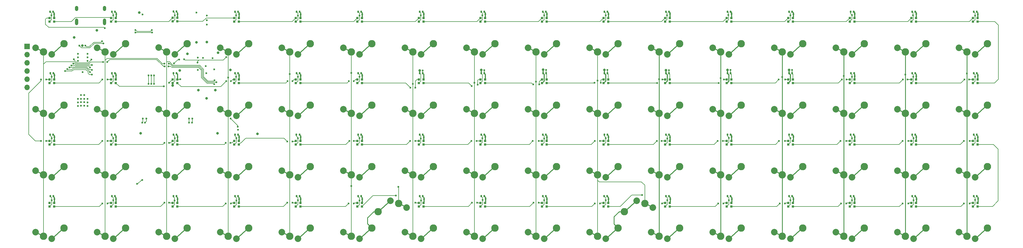
<source format=gbr>
%TF.GenerationSoftware,KiCad,Pcbnew,7.0.7*%
%TF.CreationDate,2023-10-11T09:13:37-04:00*%
%TF.ProjectId,HardLight,48617264-4c69-4676-9874-2e6b69636164,Mark 2 Rev F*%
%TF.SameCoordinates,Original*%
%TF.FileFunction,Copper,L1,Top*%
%TF.FilePolarity,Positive*%
%FSLAX46Y46*%
G04 Gerber Fmt 4.6, Leading zero omitted, Abs format (unit mm)*
G04 Created by KiCad (PCBNEW 7.0.7) date 2023-10-11 09:13:37*
%MOMM*%
%LPD*%
G01*
G04 APERTURE LIST*
G04 Aperture macros list*
%AMRoundRect*
0 Rectangle with rounded corners*
0 $1 Rounding radius*
0 $2 $3 $4 $5 $6 $7 $8 $9 X,Y pos of 4 corners*
0 Add a 4 corners polygon primitive as box body*
4,1,4,$2,$3,$4,$5,$6,$7,$8,$9,$2,$3,0*
0 Add four circle primitives for the rounded corners*
1,1,$1+$1,$2,$3*
1,1,$1+$1,$4,$5*
1,1,$1+$1,$6,$7*
1,1,$1+$1,$8,$9*
0 Add four rect primitives between the rounded corners*
20,1,$1+$1,$2,$3,$4,$5,0*
20,1,$1+$1,$4,$5,$6,$7,0*
20,1,$1+$1,$6,$7,$8,$9,0*
20,1,$1+$1,$8,$9,$2,$3,0*%
%AMRotRect*
0 Rectangle, with rotation*
0 The origin of the aperture is its center*
0 $1 length*
0 $2 width*
0 $3 Rotation angle, in degrees counterclockwise*
0 Add horizontal line*
21,1,$1,$2,0,0,$3*%
G04 Aperture macros list end*
%TA.AperFunction,ComponentPad*%
%ADD10C,2.286000*%
%TD*%
%TA.AperFunction,SMDPad,CuDef*%
%ADD11RotRect,1.350000X0.300000X150.000000*%
%TD*%
%TA.AperFunction,ComponentPad*%
%ADD12C,2.032000*%
%TD*%
%TA.AperFunction,SMDPad,CuDef*%
%ADD13RotRect,3.500000X0.300000X222.500000*%
%TD*%
%TA.AperFunction,SMDPad,CuDef*%
%ADD14RoundRect,0.147500X0.147500X0.172500X-0.147500X0.172500X-0.147500X-0.172500X0.147500X-0.172500X0*%
%TD*%
%TA.AperFunction,SMDPad,CuDef*%
%ADD15R,0.700000X0.700000*%
%TD*%
%TA.AperFunction,SMDPad,CuDef*%
%ADD16RotRect,1.350000X0.300000X330.000000*%
%TD*%
%TA.AperFunction,SMDPad,CuDef*%
%ADD17RotRect,3.500000X0.300000X42.500000*%
%TD*%
%TA.AperFunction,ComponentPad*%
%ADD18O,1.000000X1.600000*%
%TD*%
%TA.AperFunction,ComponentPad*%
%ADD19O,1.000000X2.100000*%
%TD*%
%TA.AperFunction,ComponentPad*%
%ADD20R,1.700000X1.700000*%
%TD*%
%TA.AperFunction,ComponentPad*%
%ADD21O,1.700000X1.700000*%
%TD*%
%TA.AperFunction,ViaPad*%
%ADD22C,0.600000*%
%TD*%
%TA.AperFunction,ViaPad*%
%ADD23C,0.800000*%
%TD*%
%TA.AperFunction,Conductor*%
%ADD24C,0.200000*%
%TD*%
%TA.AperFunction,Conductor*%
%ADD25C,0.300000*%
%TD*%
%TA.AperFunction,Conductor*%
%ADD26C,0.250000*%
%TD*%
G04 APERTURE END LIST*
D10*
%TO.P,K2,1*%
%TO.N,14*%
X55403750Y-86042500D03*
D11*
X54103750Y-85422500D03*
D12*
X52943750Y-84762500D03*
D10*
%TO.P,K2,2*%
%TO.N,Net-(D2-A)*%
X61753750Y-83502500D03*
D13*
X59803750Y-85182500D03*
D12*
X57943750Y-86862500D03*
%TD*%
D10*
%TO.P,K3,1*%
%TO.N,13*%
X74453750Y-86029800D03*
D11*
X73153750Y-85409800D03*
D12*
X71993750Y-84749800D03*
D10*
%TO.P,K3,2*%
%TO.N,Net-(D3-A)*%
X80803750Y-83489800D03*
D13*
X78853750Y-85169800D03*
D12*
X76993750Y-86849800D03*
%TD*%
D10*
%TO.P,K6,1*%
%TO.N,10*%
X131603750Y-86042500D03*
D11*
X130303750Y-85422500D03*
D12*
X129143750Y-84762500D03*
D10*
%TO.P,K6,2*%
%TO.N,Net-(D6-A)*%
X137953750Y-83502500D03*
D13*
X136003750Y-85182500D03*
D12*
X134143750Y-86862500D03*
%TD*%
D10*
%TO.P,K7,1*%
%TO.N,9*%
X150653750Y-86042500D03*
D11*
X149353750Y-85422500D03*
D12*
X148193750Y-84762500D03*
D10*
%TO.P,K7,2*%
%TO.N,Net-(D7-A)*%
X157003750Y-83502500D03*
D13*
X155053750Y-85182500D03*
D12*
X153193750Y-86862500D03*
%TD*%
D10*
%TO.P,K8,1*%
%TO.N,8*%
X169703750Y-86042500D03*
D11*
X168403750Y-85422500D03*
D12*
X167243750Y-84762500D03*
D10*
%TO.P,K8,2*%
%TO.N,Net-(D8-A)*%
X176053750Y-83502500D03*
D13*
X174103750Y-85182500D03*
D12*
X172243750Y-86862500D03*
%TD*%
D10*
%TO.P,K9,1*%
%TO.N,7*%
X188753750Y-86042500D03*
D11*
X187453750Y-85422500D03*
D12*
X186293750Y-84762500D03*
D10*
%TO.P,K9,2*%
%TO.N,Net-(D9-A)*%
X195103750Y-83502500D03*
D13*
X193153750Y-85182500D03*
D12*
X191293750Y-86862500D03*
%TD*%
D10*
%TO.P,K10,1*%
%TO.N,6*%
X207803750Y-86042500D03*
D11*
X206503750Y-85422500D03*
D12*
X205343750Y-84762500D03*
D10*
%TO.P,K10,2*%
%TO.N,Net-(D10-A)*%
X214153750Y-83502500D03*
D13*
X212203750Y-85182500D03*
D12*
X210343750Y-86862500D03*
%TD*%
D10*
%TO.P,K11,1*%
%TO.N,5*%
X226853750Y-86042500D03*
D11*
X225553750Y-85422500D03*
D12*
X224393750Y-84762500D03*
D10*
%TO.P,K11,2*%
%TO.N,Net-(D11-A)*%
X233203750Y-83502500D03*
D13*
X231253750Y-85182500D03*
D12*
X229393750Y-86862500D03*
%TD*%
D10*
%TO.P,K12,1*%
%TO.N,4*%
X245903750Y-86042500D03*
D11*
X244603750Y-85422500D03*
D12*
X243443750Y-84762500D03*
D10*
%TO.P,K12,2*%
%TO.N,Net-(D12-A)*%
X252253750Y-83502500D03*
D13*
X250303750Y-85182500D03*
D12*
X248443750Y-86862500D03*
%TD*%
D10*
%TO.P,K13,1*%
%TO.N,3*%
X264953750Y-86042500D03*
D11*
X263653750Y-85422500D03*
D12*
X262493750Y-84762500D03*
D10*
%TO.P,K13,2*%
%TO.N,Net-(D13-A)*%
X271303750Y-83502500D03*
D13*
X269353750Y-85182500D03*
D12*
X267493750Y-86862500D03*
%TD*%
D10*
%TO.P,K14,1*%
%TO.N,2*%
X284003750Y-86042500D03*
D11*
X282703750Y-85422500D03*
D12*
X281543750Y-84762500D03*
D10*
%TO.P,K14,2*%
%TO.N,Net-(D14-A)*%
X290353750Y-83502500D03*
D13*
X288403750Y-85182500D03*
D12*
X286543750Y-86862500D03*
%TD*%
D10*
%TO.P,K15,1*%
%TO.N,1*%
X303053750Y-86042500D03*
D11*
X301753750Y-85422500D03*
D12*
X300593750Y-84762500D03*
D10*
%TO.P,K15,2*%
%TO.N,Net-(D15-A)*%
X309403750Y-83502500D03*
D13*
X307453750Y-85182500D03*
D12*
X305593750Y-86862500D03*
%TD*%
D10*
%TO.P,K16,1*%
%TO.N,0*%
X322103750Y-86042500D03*
D11*
X320803750Y-85422500D03*
D12*
X319643750Y-84762500D03*
D10*
%TO.P,K16,2*%
%TO.N,Net-(D16-A)*%
X328453750Y-83502500D03*
D13*
X326503750Y-85182500D03*
D12*
X324643750Y-86862500D03*
%TD*%
D10*
%TO.P,K17,1*%
%TO.N,15*%
X36353750Y-105092500D03*
D11*
X35053750Y-104472500D03*
D12*
X33893750Y-103812500D03*
D10*
%TO.P,K17,2*%
%TO.N,Net-(D17-A)*%
X42703750Y-102552500D03*
D13*
X40753750Y-104232500D03*
D12*
X38893750Y-105912500D03*
%TD*%
D10*
%TO.P,K18,1*%
%TO.N,14*%
X55403750Y-105092500D03*
D11*
X54103750Y-104472500D03*
D12*
X52943750Y-103812500D03*
D10*
%TO.P,K18,2*%
%TO.N,Net-(D18-A)*%
X61753750Y-102552500D03*
D13*
X59803750Y-104232500D03*
D12*
X57943750Y-105912500D03*
%TD*%
D10*
%TO.P,K19,1*%
%TO.N,13*%
X74453750Y-105092500D03*
D11*
X73153750Y-104472500D03*
D12*
X71993750Y-103812500D03*
D10*
%TO.P,K19,2*%
%TO.N,Net-(D19-A)*%
X80803750Y-102552500D03*
D13*
X78853750Y-104232500D03*
D12*
X76993750Y-105912500D03*
%TD*%
D10*
%TO.P,K22,1*%
%TO.N,10*%
X131603750Y-105092500D03*
D11*
X130303750Y-104472500D03*
D12*
X129143750Y-103812500D03*
D10*
%TO.P,K22,2*%
%TO.N,Net-(D22-A)*%
X137953750Y-102552500D03*
D13*
X136003750Y-104232500D03*
D12*
X134143750Y-105912500D03*
%TD*%
D10*
%TO.P,K23,1*%
%TO.N,9*%
X150653750Y-105092500D03*
D11*
X149353750Y-104472500D03*
D12*
X148193750Y-103812500D03*
D10*
%TO.P,K23,2*%
%TO.N,Net-(D23-A)*%
X157003750Y-102552500D03*
D13*
X155053750Y-104232500D03*
D12*
X153193750Y-105912500D03*
%TD*%
D10*
%TO.P,K24,1*%
%TO.N,8*%
X169703750Y-105092500D03*
D11*
X168403750Y-104472500D03*
D12*
X167243750Y-103812500D03*
D10*
%TO.P,K24,2*%
%TO.N,Net-(D24-A)*%
X176053750Y-102552500D03*
D13*
X174103750Y-104232500D03*
D12*
X172243750Y-105912500D03*
%TD*%
D10*
%TO.P,K25,1*%
%TO.N,7*%
X188753750Y-105092500D03*
D11*
X187453750Y-104472500D03*
D12*
X186293750Y-103812500D03*
D10*
%TO.P,K25,2*%
%TO.N,Net-(D25-A)*%
X195103750Y-102552500D03*
D13*
X193153750Y-104232500D03*
D12*
X191293750Y-105912500D03*
%TD*%
D10*
%TO.P,K26,1*%
%TO.N,6*%
X207803750Y-105092500D03*
D11*
X206503750Y-104472500D03*
D12*
X205343750Y-103812500D03*
D10*
%TO.P,K26,2*%
%TO.N,Net-(D26-A)*%
X214153750Y-102552500D03*
D13*
X212203750Y-104232500D03*
D12*
X210343750Y-105912500D03*
%TD*%
D10*
%TO.P,K27,1*%
%TO.N,5*%
X226853750Y-105092500D03*
D11*
X225553750Y-104472500D03*
D12*
X224393750Y-103812500D03*
D10*
%TO.P,K27,2*%
%TO.N,Net-(D27-A)*%
X233203750Y-102552500D03*
D13*
X231253750Y-104232500D03*
D12*
X229393750Y-105912500D03*
%TD*%
D10*
%TO.P,K28,1*%
%TO.N,4*%
X245903750Y-105092500D03*
D11*
X244603750Y-104472500D03*
D12*
X243443750Y-103812500D03*
D10*
%TO.P,K28,2*%
%TO.N,Net-(D28-A)*%
X252253750Y-102552500D03*
D13*
X250303750Y-104232500D03*
D12*
X248443750Y-105912500D03*
%TD*%
D10*
%TO.P,K29,1*%
%TO.N,3*%
X264953750Y-105092500D03*
D11*
X263653750Y-104472500D03*
D12*
X262493750Y-103812500D03*
D10*
%TO.P,K29,2*%
%TO.N,Net-(D29-A)*%
X271303750Y-102552500D03*
D13*
X269353750Y-104232500D03*
D12*
X267493750Y-105912500D03*
%TD*%
D10*
%TO.P,K30,1*%
%TO.N,2*%
X284003750Y-105092500D03*
D11*
X282703750Y-104472500D03*
D12*
X281543750Y-103812500D03*
D10*
%TO.P,K30,2*%
%TO.N,Net-(D30-A)*%
X290353750Y-102552500D03*
D13*
X288403750Y-104232500D03*
D12*
X286543750Y-105912500D03*
%TD*%
D10*
%TO.P,K31,1*%
%TO.N,1*%
X303053750Y-105092500D03*
D11*
X301753750Y-104472500D03*
D12*
X300593750Y-103812500D03*
D10*
%TO.P,K31,2*%
%TO.N,Net-(D31-A)*%
X309403750Y-102552500D03*
D13*
X307453750Y-104232500D03*
D12*
X305593750Y-105912500D03*
%TD*%
D10*
%TO.P,K32,1*%
%TO.N,0*%
X322103750Y-105092500D03*
D11*
X320803750Y-104472500D03*
D12*
X319643750Y-103812500D03*
D10*
%TO.P,K32,2*%
%TO.N,Net-(D32-A)*%
X328453750Y-102552500D03*
D13*
X326503750Y-104232500D03*
D12*
X324643750Y-105912500D03*
%TD*%
D10*
%TO.P,K33,1*%
%TO.N,15*%
X36353750Y-124142500D03*
D11*
X35053750Y-123522500D03*
D12*
X33893750Y-122862500D03*
D10*
%TO.P,K33,2*%
%TO.N,Net-(D33-A)*%
X42703750Y-121602500D03*
D13*
X40753750Y-123282500D03*
D12*
X38893750Y-124962500D03*
%TD*%
D10*
%TO.P,K34,1*%
%TO.N,14*%
X55403750Y-124142500D03*
D11*
X54103750Y-123522500D03*
D12*
X52943750Y-122862500D03*
D10*
%TO.P,K34,2*%
%TO.N,Net-(D34-A)*%
X61753750Y-121602500D03*
D13*
X59803750Y-123282500D03*
D12*
X57943750Y-124962500D03*
%TD*%
D10*
%TO.P,K35,1*%
%TO.N,13*%
X74453750Y-124142500D03*
D11*
X73153750Y-123522500D03*
D12*
X71993750Y-122862500D03*
D10*
%TO.P,K35,2*%
%TO.N,Net-(D35-A)*%
X80803750Y-121602500D03*
D13*
X78853750Y-123282500D03*
D12*
X76993750Y-124962500D03*
%TD*%
D10*
%TO.P,K36,1*%
%TO.N,12*%
X93503750Y-124142500D03*
D11*
X92203750Y-123522500D03*
D12*
X91043750Y-122862500D03*
D10*
%TO.P,K36,2*%
%TO.N,Net-(D36-A)*%
X99853750Y-121602500D03*
D13*
X97903750Y-123282500D03*
D12*
X96043750Y-124962500D03*
%TD*%
D10*
%TO.P,K37,1*%
%TO.N,11*%
X112553750Y-124142500D03*
D11*
X111253750Y-123522500D03*
D12*
X110093750Y-122862500D03*
D10*
%TO.P,K37,2*%
%TO.N,Net-(D37-A)*%
X118903750Y-121602500D03*
D13*
X116953750Y-123282500D03*
D12*
X115093750Y-124962500D03*
%TD*%
D10*
%TO.P,K38,1*%
%TO.N,10*%
X131603750Y-124142500D03*
D11*
X130303750Y-123522500D03*
D12*
X129143750Y-122862500D03*
D10*
%TO.P,K38,2*%
%TO.N,Net-(D38-A)*%
X137953750Y-121602500D03*
D13*
X136003750Y-123282500D03*
D12*
X134143750Y-124962500D03*
%TD*%
D10*
%TO.P,K39,1*%
%TO.N,9*%
X150653750Y-124142500D03*
D11*
X149353750Y-123522500D03*
D12*
X148193750Y-122862500D03*
D10*
%TO.P,K39,2*%
%TO.N,Net-(D39-A)*%
X157003750Y-121602500D03*
D13*
X155053750Y-123282500D03*
D12*
X153193750Y-124962500D03*
%TD*%
D10*
%TO.P,K40,1*%
%TO.N,8*%
X169703750Y-124142500D03*
D11*
X168403750Y-123522500D03*
D12*
X167243750Y-122862500D03*
D10*
%TO.P,K40,2*%
%TO.N,Net-(D40-A)*%
X176053750Y-121602500D03*
D13*
X174103750Y-123282500D03*
D12*
X172243750Y-124962500D03*
%TD*%
D10*
%TO.P,K41,1*%
%TO.N,7*%
X188753750Y-124142500D03*
D11*
X187453750Y-123522500D03*
D12*
X186293750Y-122862500D03*
D10*
%TO.P,K41,2*%
%TO.N,Net-(D41-A)*%
X195103750Y-121602500D03*
D13*
X193153750Y-123282500D03*
D12*
X191293750Y-124962500D03*
%TD*%
D10*
%TO.P,K42,1*%
%TO.N,6*%
X207803750Y-124142500D03*
D11*
X206503750Y-123522500D03*
D12*
X205343750Y-122862500D03*
D10*
%TO.P,K42,2*%
%TO.N,Net-(D42-A)*%
X214153750Y-121602500D03*
D13*
X212203750Y-123282500D03*
D12*
X210343750Y-124962500D03*
%TD*%
D10*
%TO.P,K43,1*%
%TO.N,5*%
X226853750Y-124142500D03*
D11*
X225553750Y-123522500D03*
D12*
X224393750Y-122862500D03*
D10*
%TO.P,K43,2*%
%TO.N,Net-(D43-A)*%
X233203750Y-121602500D03*
D13*
X231253750Y-123282500D03*
D12*
X229393750Y-124962500D03*
%TD*%
D10*
%TO.P,K44,1*%
%TO.N,4*%
X245903750Y-124142500D03*
D11*
X244603750Y-123522500D03*
D12*
X243443750Y-122862500D03*
D10*
%TO.P,K44,2*%
%TO.N,Net-(D44-A)*%
X252253750Y-121602500D03*
D13*
X250303750Y-123282500D03*
D12*
X248443750Y-124962500D03*
%TD*%
D10*
%TO.P,K45,1*%
%TO.N,3*%
X264953750Y-124142500D03*
D11*
X263653750Y-123522500D03*
D12*
X262493750Y-122862500D03*
D10*
%TO.P,K45,2*%
%TO.N,Net-(D45-A)*%
X271303750Y-121602500D03*
D13*
X269353750Y-123282500D03*
D12*
X267493750Y-124962500D03*
%TD*%
D10*
%TO.P,K46,1*%
%TO.N,2*%
X284003750Y-124142500D03*
D11*
X282703750Y-123522500D03*
D12*
X281543750Y-122862500D03*
D10*
%TO.P,K46,2*%
%TO.N,Net-(D46-A)*%
X290353750Y-121602500D03*
D13*
X288403750Y-123282500D03*
D12*
X286543750Y-124962500D03*
%TD*%
D10*
%TO.P,K47,1*%
%TO.N,1*%
X303053750Y-124142500D03*
D11*
X301753750Y-123522500D03*
D12*
X300593750Y-122862500D03*
D10*
%TO.P,K47,2*%
%TO.N,Net-(D47-A)*%
X309403750Y-121602500D03*
D13*
X307453750Y-123282500D03*
D12*
X305593750Y-124962500D03*
%TD*%
D10*
%TO.P,K48,1*%
%TO.N,0*%
X322103750Y-124142500D03*
D11*
X320803750Y-123522500D03*
D12*
X319643750Y-122862500D03*
D10*
%TO.P,K48,2*%
%TO.N,Net-(D48-A)*%
X328453750Y-121602500D03*
D13*
X326503750Y-123282500D03*
D12*
X324643750Y-124962500D03*
%TD*%
D10*
%TO.P,K49,1*%
%TO.N,15*%
X36353750Y-143192500D03*
D11*
X35053750Y-142572500D03*
D12*
X33893750Y-141912500D03*
D10*
%TO.P,K49,2*%
%TO.N,Net-(D49-A)*%
X42703750Y-140652500D03*
D13*
X40753750Y-142332500D03*
D12*
X38893750Y-144012500D03*
%TD*%
D10*
%TO.P,K50,1*%
%TO.N,14*%
X55403750Y-143192500D03*
D11*
X54103750Y-142572500D03*
D12*
X52943750Y-141912500D03*
D10*
%TO.P,K50,2*%
%TO.N,Net-(D50-A)*%
X61753750Y-140652500D03*
D13*
X59803750Y-142332500D03*
D12*
X57943750Y-144012500D03*
%TD*%
D10*
%TO.P,K51,1*%
%TO.N,13*%
X74453750Y-143192500D03*
D11*
X73153750Y-142572500D03*
D12*
X71993750Y-141912500D03*
D10*
%TO.P,K51,2*%
%TO.N,Net-(D51-A)*%
X80803750Y-140652500D03*
D13*
X78853750Y-142332500D03*
D12*
X76993750Y-144012500D03*
%TD*%
D10*
%TO.P,K52,1*%
%TO.N,12*%
X93503750Y-143192500D03*
D11*
X92203750Y-142572500D03*
D12*
X91043750Y-141912500D03*
D10*
%TO.P,K52,2*%
%TO.N,Net-(D52-A)*%
X99853750Y-140652500D03*
D13*
X97903750Y-142332500D03*
D12*
X96043750Y-144012500D03*
%TD*%
D10*
%TO.P,K53,1*%
%TO.N,11*%
X112553750Y-143192500D03*
D11*
X111253750Y-142572500D03*
D12*
X110093750Y-141912500D03*
D10*
%TO.P,K53,2*%
%TO.N,Net-(D53-A)*%
X118903750Y-140652500D03*
D13*
X116953750Y-142332500D03*
D12*
X115093750Y-144012500D03*
%TD*%
D10*
%TO.P,K54,1*%
%TO.N,10*%
X131603750Y-143192500D03*
D11*
X130303750Y-142572500D03*
D12*
X129143750Y-141912500D03*
D10*
%TO.P,K54,2*%
%TO.N,Net-(D54-A)*%
X137953750Y-140652500D03*
D13*
X136003750Y-142332500D03*
D12*
X134143750Y-144012500D03*
%TD*%
D10*
%TO.P,K55,1*%
%TO.N,9*%
X150653750Y-143192500D03*
D11*
X149353750Y-142572500D03*
D12*
X148193750Y-141912500D03*
D10*
%TO.P,K55,2*%
%TO.N,Net-(D55-A)*%
X157003750Y-140652500D03*
D13*
X155053750Y-142332500D03*
D12*
X153193750Y-144012500D03*
%TD*%
D10*
%TO.P,K56,1*%
%TO.N,8*%
X169703750Y-143192500D03*
D11*
X168403750Y-142572500D03*
D12*
X167243750Y-141912500D03*
D10*
%TO.P,K56,2*%
%TO.N,Net-(D56-A)*%
X176053750Y-140652500D03*
D13*
X174103750Y-142332500D03*
D12*
X172243750Y-144012500D03*
%TD*%
D10*
%TO.P,K57,1*%
%TO.N,7*%
X188753750Y-143192500D03*
D11*
X187453750Y-142572500D03*
D12*
X186293750Y-141912500D03*
D10*
%TO.P,K57,2*%
%TO.N,Net-(D57-A)*%
X195103750Y-140652500D03*
D13*
X193153750Y-142332500D03*
D12*
X191293750Y-144012500D03*
%TD*%
D10*
%TO.P,K58,1*%
%TO.N,6*%
X207803750Y-143192500D03*
D11*
X206503750Y-142572500D03*
D12*
X205343750Y-141912500D03*
D10*
%TO.P,K58,2*%
%TO.N,Net-(D58-A)*%
X214153750Y-140652500D03*
D13*
X212203750Y-142332500D03*
D12*
X210343750Y-144012500D03*
%TD*%
D10*
%TO.P,K59,1*%
%TO.N,5*%
X226853750Y-143192500D03*
D11*
X225553750Y-142572500D03*
D12*
X224393750Y-141912500D03*
D10*
%TO.P,K59,2*%
%TO.N,Net-(D59-A)*%
X233203750Y-140652500D03*
D13*
X231253750Y-142332500D03*
D12*
X229393750Y-144012500D03*
%TD*%
D10*
%TO.P,K60,1*%
%TO.N,4*%
X245903750Y-143192500D03*
D11*
X244603750Y-142572500D03*
D12*
X243443750Y-141912500D03*
D10*
%TO.P,K60,2*%
%TO.N,Net-(D60-A)*%
X252253750Y-140652500D03*
D13*
X250303750Y-142332500D03*
D12*
X248443750Y-144012500D03*
%TD*%
D10*
%TO.P,K61,1*%
%TO.N,3*%
X264953750Y-143192500D03*
D11*
X263653750Y-142572500D03*
D12*
X262493750Y-141912500D03*
D10*
%TO.P,K61,2*%
%TO.N,Net-(D61-A)*%
X271303750Y-140652500D03*
D13*
X269353750Y-142332500D03*
D12*
X267493750Y-144012500D03*
%TD*%
D10*
%TO.P,K62,1*%
%TO.N,2*%
X284003750Y-143192500D03*
D11*
X282703750Y-142572500D03*
D12*
X281543750Y-141912500D03*
D10*
%TO.P,K62,2*%
%TO.N,Net-(D62-A)*%
X290353750Y-140652500D03*
D13*
X288403750Y-142332500D03*
D12*
X286543750Y-144012500D03*
%TD*%
D10*
%TO.P,K63,1*%
%TO.N,1*%
X303053750Y-143192500D03*
D11*
X301753750Y-142572500D03*
D12*
X300593750Y-141912500D03*
D10*
%TO.P,K63,2*%
%TO.N,Net-(D63-A)*%
X309403750Y-140652500D03*
D13*
X307453750Y-142332500D03*
D12*
X305593750Y-144012500D03*
%TD*%
D10*
%TO.P,K64,1*%
%TO.N,0*%
X322103750Y-143192500D03*
D11*
X320803750Y-142572500D03*
D12*
X319643750Y-141912500D03*
D10*
%TO.P,K64,2*%
%TO.N,Net-(D64-A)*%
X328453750Y-140652500D03*
D13*
X326503750Y-142332500D03*
D12*
X324643750Y-144012500D03*
%TD*%
D10*
%TO.P,K1,1*%
%TO.N,15*%
X36353750Y-86042500D03*
D11*
X35053750Y-85422500D03*
D12*
X33893750Y-84762500D03*
D10*
%TO.P,K1,2*%
%TO.N,Net-(D1-A)*%
X42703750Y-83502500D03*
D13*
X40753750Y-85182500D03*
D12*
X38893750Y-86862500D03*
%TD*%
D14*
%TO.P,LC1,1*%
%TO.N,GND*%
X39315025Y-73596000D03*
%TO.P,LC1,2*%
%TO.N,+3V3*%
X38345025Y-73596000D03*
%TD*%
D10*
%TO.P,K4,1*%
%TO.N,12*%
X93503750Y-86042500D03*
D11*
X92203750Y-85422500D03*
D12*
X91043750Y-84762500D03*
D10*
%TO.P,K4,2*%
%TO.N,Net-(D4-A)*%
X99853750Y-83502500D03*
D13*
X97903750Y-85182500D03*
D12*
X96043750Y-86862500D03*
%TD*%
D14*
%TO.P,LC3,1*%
%TO.N,GND*%
X77509250Y-73570600D03*
%TO.P,LC3,2*%
%TO.N,+3V3*%
X76539250Y-73570600D03*
%TD*%
D10*
%TO.P,K5,1*%
%TO.N,11*%
X112553750Y-86042500D03*
D11*
X111253750Y-85422500D03*
D12*
X110093750Y-84762500D03*
D10*
%TO.P,K5,2*%
%TO.N,Net-(D5-A)*%
X118903750Y-83502500D03*
D13*
X116953750Y-85182500D03*
D12*
X115093750Y-86862500D03*
%TD*%
D10*
%TO.P,K21,1*%
%TO.N,11*%
X112553750Y-105092500D03*
D11*
X111253750Y-104472500D03*
D12*
X110093750Y-103812500D03*
D10*
%TO.P,K21,2*%
%TO.N,Net-(D21-A)*%
X118903750Y-102552500D03*
D13*
X116953750Y-104232500D03*
D12*
X115093750Y-105912500D03*
%TD*%
D10*
%TO.P,K20,1*%
%TO.N,12*%
X93503750Y-105092500D03*
D11*
X92203750Y-104472500D03*
D12*
X91043750Y-103812500D03*
D10*
%TO.P,K20,2*%
%TO.N,Net-(D20-A)*%
X99853750Y-102552500D03*
D13*
X97903750Y-104232500D03*
D12*
X96043750Y-105912500D03*
%TD*%
D14*
%TO.P,LC10,1*%
%TO.N,GND*%
X210859250Y-73596000D03*
%TO.P,LC10,2*%
%TO.N,+3V3*%
X209889250Y-73596000D03*
%TD*%
%TO.P,LC12,1*%
%TO.N,GND*%
X248959250Y-73596000D03*
%TO.P,LC12,2*%
%TO.N,+3V3*%
X247989250Y-73596000D03*
%TD*%
%TO.P,LC6,1*%
%TO.N,GND*%
X134659250Y-73596000D03*
%TO.P,LC6,2*%
%TO.N,+3V3*%
X133689250Y-73596000D03*
%TD*%
%TO.P,LC8,1*%
%TO.N,GND*%
X172759250Y-73596000D03*
%TO.P,LC8,2*%
%TO.N,+3V3*%
X171789250Y-73596000D03*
%TD*%
%TO.P,LC9,1*%
%TO.N,GND*%
X191809250Y-73596000D03*
%TO.P,LC9,2*%
%TO.N,+3V3*%
X190839250Y-73596000D03*
%TD*%
%TO.P,LC7,1*%
%TO.N,GND*%
X153709250Y-73596000D03*
%TO.P,LC7,2*%
%TO.N,+3V3*%
X152739250Y-73596000D03*
%TD*%
%TO.P,LC5,1*%
%TO.N,GND*%
X115609250Y-73596000D03*
%TO.P,LC5,2*%
%TO.N,+3V3*%
X114639250Y-73596000D03*
%TD*%
%TO.P,LC11,1*%
%TO.N,GND*%
X229909250Y-73596000D03*
%TO.P,LC11,2*%
%TO.N,+3V3*%
X228939250Y-73596000D03*
%TD*%
%TO.P,LC13,1*%
%TO.N,GND*%
X268009250Y-73596000D03*
%TO.P,LC13,2*%
%TO.N,+3V3*%
X267039250Y-73596000D03*
%TD*%
%TO.P,LC4,1*%
%TO.N,GND*%
X96559250Y-73596000D03*
%TO.P,LC4,2*%
%TO.N,+3V3*%
X95589250Y-73596000D03*
%TD*%
%TO.P,LC14,1*%
%TO.N,GND*%
X287059250Y-73596000D03*
%TO.P,LC14,2*%
%TO.N,+3V3*%
X286089250Y-73596000D03*
%TD*%
%TO.P,LC15,1*%
%TO.N,GND*%
X306109250Y-73596000D03*
%TO.P,LC15,2*%
%TO.N,+3V3*%
X305139250Y-73596000D03*
%TD*%
%TO.P,LC16,1*%
%TO.N,GND*%
X325159250Y-73596000D03*
%TO.P,LC16,2*%
%TO.N,+3V3*%
X324189250Y-73596000D03*
%TD*%
%TO.P,LC17,1*%
%TO.N,+3V3*%
X39409250Y-92646000D03*
%TO.P,LC17,2*%
%TO.N,GND*%
X38439250Y-92646000D03*
%TD*%
%TO.P,LC18,1*%
%TO.N,+3V3*%
X58459250Y-92646000D03*
%TO.P,LC18,2*%
%TO.N,GND*%
X57489250Y-92646000D03*
%TD*%
%TO.P,LC19,1*%
%TO.N,+3V3*%
X77509250Y-92646000D03*
%TO.P,LC19,2*%
%TO.N,GND*%
X76539250Y-92646000D03*
%TD*%
%TO.P,LC20,1*%
%TO.N,+3V3*%
X96559250Y-92646000D03*
%TO.P,LC20,2*%
%TO.N,GND*%
X95589250Y-92646000D03*
%TD*%
%TO.P,LC21,1*%
%TO.N,+3V3*%
X115621525Y-92646000D03*
%TO.P,LC21,2*%
%TO.N,GND*%
X114651525Y-92646000D03*
%TD*%
%TO.P,LC22,1*%
%TO.N,+3V3*%
X134659250Y-92646000D03*
%TO.P,LC22,2*%
%TO.N,GND*%
X133689250Y-92646000D03*
%TD*%
%TO.P,LC23,1*%
%TO.N,+3V3*%
X153709250Y-92646000D03*
%TO.P,LC23,2*%
%TO.N,GND*%
X152739250Y-92646000D03*
%TD*%
%TO.P,LC24,1*%
%TO.N,+3V3*%
X172759250Y-92646000D03*
%TO.P,LC24,2*%
%TO.N,GND*%
X171789250Y-92646000D03*
%TD*%
%TO.P,LC25,1*%
%TO.N,+3V3*%
X191878000Y-92646000D03*
%TO.P,LC25,2*%
%TO.N,GND*%
X190908000Y-92646000D03*
%TD*%
%TO.P,LC26,1*%
%TO.N,+3V3*%
X210859250Y-92646000D03*
%TO.P,LC26,2*%
%TO.N,GND*%
X209889250Y-92646000D03*
%TD*%
%TO.P,LC27,1*%
%TO.N,+3V3*%
X229909250Y-92646000D03*
%TO.P,LC27,2*%
%TO.N,GND*%
X228939250Y-92646000D03*
%TD*%
%TO.P,LC28,1*%
%TO.N,+3V3*%
X248959250Y-92646000D03*
%TO.P,LC28,2*%
%TO.N,GND*%
X247989250Y-92646000D03*
%TD*%
%TO.P,LC29,1*%
%TO.N,+3V3*%
X268009250Y-92646000D03*
%TO.P,LC29,2*%
%TO.N,GND*%
X267039250Y-92646000D03*
%TD*%
%TO.P,LC30,1*%
%TO.N,+3V3*%
X287203000Y-92646000D03*
%TO.P,LC30,2*%
%TO.N,GND*%
X286233000Y-92646000D03*
%TD*%
%TO.P,LC31,1*%
%TO.N,+3V3*%
X306109250Y-92646000D03*
%TO.P,LC31,2*%
%TO.N,GND*%
X305139250Y-92646000D03*
%TD*%
%TO.P,LC32,1*%
%TO.N,+3V3*%
X325159250Y-92646000D03*
%TO.P,LC32,2*%
%TO.N,GND*%
X324189250Y-92646000D03*
%TD*%
D15*
%TO.P,LD16,1,DOUT*%
%TO.N,Net-(LD16-DOUT)*%
X325418750Y-76637500D03*
%TO.P,LD16,2,GND*%
%TO.N,GND*%
X325418750Y-75537500D03*
%TO.P,LD16,3,DIN*%
%TO.N,Net-(LD15-DOUT)*%
X323918750Y-75537500D03*
%TO.P,LD16,4,VDD*%
%TO.N,+3V3*%
X323918750Y-76637500D03*
%TD*%
%TO.P,LD17,1,DOUT*%
%TO.N,Net-(LD17-DOUT)*%
X38168750Y-94587500D03*
%TO.P,LD17,2,GND*%
%TO.N,GND*%
X38168750Y-95687500D03*
%TO.P,LD17,3,DIN*%
%TO.N,Net-(LD17-DIN)*%
X39668750Y-95687500D03*
%TO.P,LD17,4,VDD*%
%TO.N,+3V3*%
X39668750Y-94587500D03*
%TD*%
%TO.P,LD18,1,DOUT*%
%TO.N,Net-(LD17-DIN)*%
X57218750Y-94587500D03*
%TO.P,LD18,2,GND*%
%TO.N,GND*%
X57218750Y-95687500D03*
%TO.P,LD18,3,DIN*%
%TO.N,Net-(LD18-DIN)*%
X58718750Y-95687500D03*
%TO.P,LD18,4,VDD*%
%TO.N,+3V3*%
X58718750Y-94587500D03*
%TD*%
%TO.P,LD19,1,DOUT*%
%TO.N,Net-(LD18-DIN)*%
X76268750Y-94587500D03*
%TO.P,LD19,2,GND*%
%TO.N,GND*%
X76268750Y-95687500D03*
%TO.P,LD19,3,DIN*%
%TO.N,Net-(LD19-DIN)*%
X77768750Y-95687500D03*
%TO.P,LD19,4,VDD*%
%TO.N,+3V3*%
X77768750Y-94587500D03*
%TD*%
%TO.P,LD20,1,DOUT*%
%TO.N,Net-(LD19-DIN)*%
X95318750Y-94587500D03*
%TO.P,LD20,2,GND*%
%TO.N,GND*%
X95318750Y-95687500D03*
%TO.P,LD20,3,DIN*%
%TO.N,Net-(LD20-DIN)*%
X96818750Y-95687500D03*
%TO.P,LD20,4,VDD*%
%TO.N,+3V3*%
X96818750Y-94587500D03*
%TD*%
%TO.P,LD21,1,DOUT*%
%TO.N,Net-(LD20-DIN)*%
X114368750Y-94587500D03*
%TO.P,LD21,2,GND*%
%TO.N,GND*%
X114368750Y-95687500D03*
%TO.P,LD21,3,DIN*%
%TO.N,Net-(LD21-DIN)*%
X115868750Y-95687500D03*
%TO.P,LD21,4,VDD*%
%TO.N,+3V3*%
X115868750Y-94587500D03*
%TD*%
%TO.P,LD22,1,DOUT*%
%TO.N,Net-(LD21-DIN)*%
X133418750Y-94587500D03*
%TO.P,LD22,2,GND*%
%TO.N,GND*%
X133418750Y-95687500D03*
%TO.P,LD22,3,DIN*%
%TO.N,Net-(LD22-DIN)*%
X134918750Y-95687500D03*
%TO.P,LD22,4,VDD*%
%TO.N,+3V3*%
X134918750Y-94587500D03*
%TD*%
%TO.P,LD23,1,DOUT*%
%TO.N,Net-(LD22-DIN)*%
X152468750Y-94587500D03*
%TO.P,LD23,2,GND*%
%TO.N,GND*%
X152468750Y-95687500D03*
%TO.P,LD23,3,DIN*%
%TO.N,Net-(LD23-DIN)*%
X153968750Y-95687500D03*
%TO.P,LD23,4,VDD*%
%TO.N,+3V3*%
X153968750Y-94587500D03*
%TD*%
%TO.P,LD24,1,DOUT*%
%TO.N,Net-(LD23-DIN)*%
X171518750Y-94587500D03*
%TO.P,LD24,2,GND*%
%TO.N,GND*%
X171518750Y-95687500D03*
%TO.P,LD24,3,DIN*%
%TO.N,Net-(LD24-DIN)*%
X173018750Y-95687500D03*
%TO.P,LD24,4,VDD*%
%TO.N,+3V3*%
X173018750Y-94587500D03*
%TD*%
%TO.P,LD25,1,DOUT*%
%TO.N,Net-(LD24-DIN)*%
X190568750Y-94587500D03*
%TO.P,LD25,2,GND*%
%TO.N,GND*%
X190568750Y-95687500D03*
%TO.P,LD25,3,DIN*%
%TO.N,Net-(LD25-DIN)*%
X192068750Y-95687500D03*
%TO.P,LD25,4,VDD*%
%TO.N,+3V3*%
X192068750Y-94587500D03*
%TD*%
%TO.P,LD26,1,DOUT*%
%TO.N,Net-(LD25-DIN)*%
X209618750Y-94587500D03*
%TO.P,LD26,2,GND*%
%TO.N,GND*%
X209618750Y-95687500D03*
%TO.P,LD26,3,DIN*%
%TO.N,Net-(LD26-DIN)*%
X211118750Y-95687500D03*
%TO.P,LD26,4,VDD*%
%TO.N,+3V3*%
X211118750Y-94587500D03*
%TD*%
%TO.P,LD27,1,DOUT*%
%TO.N,Net-(LD26-DIN)*%
X228668750Y-94587500D03*
%TO.P,LD27,2,GND*%
%TO.N,GND*%
X228668750Y-95687500D03*
%TO.P,LD27,3,DIN*%
%TO.N,Net-(LD27-DIN)*%
X230168750Y-95687500D03*
%TO.P,LD27,4,VDD*%
%TO.N,+3V3*%
X230168750Y-94587500D03*
%TD*%
%TO.P,LD28,1,DOUT*%
%TO.N,Net-(LD27-DIN)*%
X247718750Y-94587500D03*
%TO.P,LD28,2,GND*%
%TO.N,GND*%
X247718750Y-95687500D03*
%TO.P,LD28,3,DIN*%
%TO.N,Net-(LD28-DIN)*%
X249218750Y-95687500D03*
%TO.P,LD28,4,VDD*%
%TO.N,+3V3*%
X249218750Y-94587500D03*
%TD*%
%TO.P,LD29,1,DOUT*%
%TO.N,Net-(LD28-DIN)*%
X266768750Y-94587500D03*
%TO.P,LD29,2,GND*%
%TO.N,GND*%
X266768750Y-95687500D03*
%TO.P,LD29,3,DIN*%
%TO.N,Net-(LD29-DIN)*%
X268268750Y-95687500D03*
%TO.P,LD29,4,VDD*%
%TO.N,+3V3*%
X268268750Y-94587500D03*
%TD*%
%TO.P,LD30,1,DOUT*%
%TO.N,Net-(LD29-DIN)*%
X285818750Y-94587500D03*
%TO.P,LD30,2,GND*%
%TO.N,GND*%
X285818750Y-95687500D03*
%TO.P,LD30,3,DIN*%
%TO.N,Net-(LD30-DIN)*%
X287318750Y-95687500D03*
%TO.P,LD30,4,VDD*%
%TO.N,+3V3*%
X287318750Y-94587500D03*
%TD*%
%TO.P,LD32,1,DOUT*%
%TO.N,Net-(LD31-DIN)*%
X323918750Y-94587500D03*
%TO.P,LD32,2,GND*%
%TO.N,GND*%
X323918750Y-95687500D03*
%TO.P,LD32,3,DIN*%
%TO.N,Net-(LD16-DOUT)*%
X325418750Y-95687500D03*
%TO.P,LD32,4,VDD*%
%TO.N,+3V3*%
X325418750Y-94587500D03*
%TD*%
%TO.P,LD31,1,DOUT*%
%TO.N,Net-(LD30-DIN)*%
X304868750Y-94587500D03*
%TO.P,LD31,2,GND*%
%TO.N,GND*%
X304868750Y-95687500D03*
%TO.P,LD31,3,DIN*%
%TO.N,Net-(LD31-DIN)*%
X306368750Y-95687500D03*
%TO.P,LD31,4,VDD*%
%TO.N,+3V3*%
X306368750Y-94587500D03*
%TD*%
%TO.P,LD15,1,DOUT*%
%TO.N,Net-(LD15-DOUT)*%
X306368750Y-76637500D03*
%TO.P,LD15,2,GND*%
%TO.N,GND*%
X306368750Y-75537500D03*
%TO.P,LD15,3,DIN*%
%TO.N,Net-(LD14-DOUT)*%
X304868750Y-75537500D03*
%TO.P,LD15,4,VDD*%
%TO.N,+3V3*%
X304868750Y-76637500D03*
%TD*%
%TO.P,LD14,1,DOUT*%
%TO.N,Net-(LD14-DOUT)*%
X287318750Y-76637500D03*
%TO.P,LD14,2,GND*%
%TO.N,GND*%
X287318750Y-75537500D03*
%TO.P,LD14,3,DIN*%
%TO.N,Net-(LD13-DOUT)*%
X285818750Y-75537500D03*
%TO.P,LD14,4,VDD*%
%TO.N,+3V3*%
X285818750Y-76637500D03*
%TD*%
%TO.P,LD12,1,DOUT*%
%TO.N,Net-(LD12-DOUT)*%
X249218750Y-76637500D03*
%TO.P,LD12,2,GND*%
%TO.N,GND*%
X249218750Y-75537500D03*
%TO.P,LD12,3,DIN*%
%TO.N,Net-(LD11-DOUT)*%
X247718750Y-75537500D03*
%TO.P,LD12,4,VDD*%
%TO.N,+3V3*%
X247718750Y-76637500D03*
%TD*%
%TO.P,LD10,1,DOUT*%
%TO.N,Net-(LD10-DOUT)*%
X211118750Y-76637500D03*
%TO.P,LD10,2,GND*%
%TO.N,GND*%
X211118750Y-75537500D03*
%TO.P,LD10,3,DIN*%
%TO.N,Net-(LD10-DIN)*%
X209618750Y-75537500D03*
%TO.P,LD10,4,VDD*%
%TO.N,+3V3*%
X209618750Y-76637500D03*
%TD*%
%TO.P,LD13,1,DOUT*%
%TO.N,Net-(LD13-DOUT)*%
X268268750Y-76637500D03*
%TO.P,LD13,2,GND*%
%TO.N,GND*%
X268268750Y-75537500D03*
%TO.P,LD13,3,DIN*%
%TO.N,Net-(LD12-DOUT)*%
X266768750Y-75537500D03*
%TO.P,LD13,4,VDD*%
%TO.N,+3V3*%
X266768750Y-76637500D03*
%TD*%
%TO.P,LD5,1,DOUT*%
%TO.N,Net-(LD5-DOUT)*%
X115868750Y-76637500D03*
%TO.P,LD5,2,GND*%
%TO.N,GND*%
X115868750Y-75537500D03*
%TO.P,LD5,3,DIN*%
%TO.N,Net-(LD4-DOUT)*%
X114368750Y-75537500D03*
%TO.P,LD5,4,VDD*%
%TO.N,+3V3*%
X114368750Y-76637500D03*
%TD*%
%TO.P,LD11,1,DOUT*%
%TO.N,Net-(LD11-DOUT)*%
X230168750Y-76637500D03*
%TO.P,LD11,2,GND*%
%TO.N,GND*%
X230168750Y-75537500D03*
%TO.P,LD11,3,DIN*%
%TO.N,Net-(LD10-DOUT)*%
X228668750Y-75537500D03*
%TO.P,LD11,4,VDD*%
%TO.N,+3V3*%
X228668750Y-76637500D03*
%TD*%
%TO.P,LD6,1,DOUT*%
%TO.N,Net-(LD6-DOUT)*%
X134918750Y-76637500D03*
%TO.P,LD6,2,GND*%
%TO.N,GND*%
X134918750Y-75537500D03*
%TO.P,LD6,3,DIN*%
%TO.N,Net-(LD5-DOUT)*%
X133418750Y-75537500D03*
%TO.P,LD6,4,VDD*%
%TO.N,+3V3*%
X133418750Y-76637500D03*
%TD*%
%TO.P,LD7,1,DOUT*%
%TO.N,Net-(LD7-DOUT)*%
X153968750Y-76637500D03*
%TO.P,LD7,2,GND*%
%TO.N,GND*%
X153968750Y-75537500D03*
%TO.P,LD7,3,DIN*%
%TO.N,Net-(LD6-DOUT)*%
X152468750Y-75537500D03*
%TO.P,LD7,4,VDD*%
%TO.N,+3V3*%
X152468750Y-76637500D03*
%TD*%
%TO.P,LD8,1,DOUT*%
%TO.N,Net-(LD8-DOUT)*%
X173018750Y-76637500D03*
%TO.P,LD8,2,GND*%
%TO.N,GND*%
X173018750Y-75537500D03*
%TO.P,LD8,3,DIN*%
%TO.N,Net-(LD7-DOUT)*%
X171518750Y-75537500D03*
%TO.P,LD8,4,VDD*%
%TO.N,+3V3*%
X171518750Y-76637500D03*
%TD*%
%TO.P,LD9,1,DOUT*%
%TO.N,Net-(LD10-DIN)*%
X192068750Y-76637500D03*
%TO.P,LD9,2,GND*%
%TO.N,GND*%
X192068750Y-75537500D03*
%TO.P,LD9,3,DIN*%
%TO.N,Net-(LD8-DOUT)*%
X190568750Y-75537500D03*
%TO.P,LD9,4,VDD*%
%TO.N,+3V3*%
X190568750Y-76637500D03*
%TD*%
%TO.P,LD2,1,DOUT*%
%TO.N,Net-(LD2-DOUT)*%
X58718750Y-76637500D03*
%TO.P,LD2,2,GND*%
%TO.N,GND*%
X58718750Y-75537500D03*
%TO.P,LD2,3,DIN*%
%TO.N,Net-(LD1-DOUT)*%
X57218750Y-75537500D03*
%TO.P,LD2,4,VDD*%
%TO.N,+3V3*%
X57218750Y-76637500D03*
%TD*%
%TO.P,LD1,1,DOUT*%
%TO.N,Net-(LD1-DOUT)*%
X39668750Y-76637500D03*
%TO.P,LD1,2,GND*%
%TO.N,GND*%
X39668750Y-75537500D03*
%TO.P,LD1,3,DIN*%
%TO.N,27{slash}A1*%
X38168750Y-75537500D03*
%TO.P,LD1,4,VDD*%
%TO.N,+3V3*%
X38168750Y-76637500D03*
%TD*%
%TO.P,LD3,1,DOUT*%
%TO.N,Net-(LD3-DOUT)*%
X77768750Y-76612100D03*
%TO.P,LD3,2,GND*%
%TO.N,GND*%
X77768750Y-75512100D03*
%TO.P,LD3,3,DIN*%
%TO.N,Net-(LD2-DOUT)*%
X76268750Y-75512100D03*
%TO.P,LD3,4,VDD*%
%TO.N,+3V3*%
X76268750Y-76612100D03*
%TD*%
%TO.P,LD4,1,DOUT*%
%TO.N,Net-(LD4-DOUT)*%
X96818750Y-76637500D03*
%TO.P,LD4,2,GND*%
%TO.N,GND*%
X96818750Y-75537500D03*
%TO.P,LD4,3,DIN*%
%TO.N,Net-(LD3-DOUT)*%
X95318750Y-75537500D03*
%TO.P,LD4,4,VDD*%
%TO.N,+3V3*%
X95318750Y-76637500D03*
%TD*%
D14*
%TO.P,LC2,1*%
%TO.N,GND*%
X58459250Y-73596000D03*
%TO.P,LC2,2*%
%TO.N,+3V3*%
X57489250Y-73596000D03*
%TD*%
D15*
%TO.P,LD56,1,DOUT*%
%TO.N,Net-(LD55-DIN)*%
X171518750Y-132887500D03*
%TO.P,LD56,2,GND*%
%TO.N,GND*%
X171518750Y-133987500D03*
%TO.P,LD56,3,DIN*%
%TO.N,Net-(LD56-DIN)*%
X173018750Y-133987500D03*
%TO.P,LD56,4,VDD*%
%TO.N,+3V3*%
X173018750Y-132887500D03*
%TD*%
%TO.P,LD54,1,DOUT*%
%TO.N,Net-(LD53-DIN)*%
X133418750Y-132887500D03*
%TO.P,LD54,2,GND*%
%TO.N,GND*%
X133418750Y-133987500D03*
%TO.P,LD54,3,DIN*%
%TO.N,Net-(LD54-DIN)*%
X134918750Y-133987500D03*
%TO.P,LD54,4,VDD*%
%TO.N,+3V3*%
X134918750Y-132887500D03*
%TD*%
D14*
%TO.P,LC36,1*%
%TO.N,GND*%
X96553750Y-111737500D03*
%TO.P,LC36,2*%
%TO.N,+3V3*%
X95583750Y-111737500D03*
%TD*%
D15*
%TO.P,LD43,1,DOUT*%
%TO.N,Net-(LD43-DOUT)*%
X230168750Y-114737500D03*
%TO.P,LD43,2,GND*%
%TO.N,GND*%
X230168750Y-113637500D03*
%TO.P,LD43,3,DIN*%
%TO.N,Net-(LD42-DOUT)*%
X228668750Y-113637500D03*
%TO.P,LD43,4,VDD*%
%TO.N,+3V3*%
X228668750Y-114737500D03*
%TD*%
%TO.P,LD47,1,DOUT*%
%TO.N,Net-(LD47-DOUT)*%
X306368750Y-114737500D03*
%TO.P,LD47,2,GND*%
%TO.N,GND*%
X306368750Y-113637500D03*
%TO.P,LD47,3,DIN*%
%TO.N,Net-(LD46-DOUT)*%
X304868750Y-113637500D03*
%TO.P,LD47,4,VDD*%
%TO.N,+3V3*%
X304868750Y-114737500D03*
%TD*%
%TO.P,LD46,1,DOUT*%
%TO.N,Net-(LD46-DOUT)*%
X287318750Y-114737500D03*
%TO.P,LD46,2,GND*%
%TO.N,GND*%
X287318750Y-113637500D03*
%TO.P,LD46,3,DIN*%
%TO.N,Net-(LD45-DOUT)*%
X285818750Y-113637500D03*
%TO.P,LD46,4,VDD*%
%TO.N,+3V3*%
X285818750Y-114737500D03*
%TD*%
%TO.P,LD60,1,DOUT*%
%TO.N,Net-(LD59-DIN)*%
X247718750Y-132887500D03*
%TO.P,LD60,2,GND*%
%TO.N,GND*%
X247718750Y-133987500D03*
%TO.P,LD60,3,DIN*%
%TO.N,Net-(LD60-DIN)*%
X249218750Y-133987500D03*
%TO.P,LD60,4,VDD*%
%TO.N,+3V3*%
X249218750Y-132887500D03*
%TD*%
%TO.P,LD61,1,DOUT*%
%TO.N,Net-(LD60-DIN)*%
X266768750Y-132887500D03*
%TO.P,LD61,2,GND*%
%TO.N,GND*%
X266768750Y-133987500D03*
%TO.P,LD61,3,DIN*%
%TO.N,Net-(LD61-DIN)*%
X268268750Y-133987500D03*
%TO.P,LD61,4,VDD*%
%TO.N,+3V3*%
X268268750Y-132887500D03*
%TD*%
%TO.P,LD36,1,DOUT*%
%TO.N,Net-(LD36-DOUT)*%
X96818750Y-114737500D03*
%TO.P,LD36,2,GND*%
%TO.N,GND*%
X96818750Y-113637500D03*
%TO.P,LD36,3,DIN*%
%TO.N,Net-(LD35-DOUT)*%
X95318750Y-113637500D03*
%TO.P,LD36,4,VDD*%
%TO.N,+3V3*%
X95318750Y-114737500D03*
%TD*%
%TO.P,LD57,1,DOUT*%
%TO.N,Net-(LD56-DIN)*%
X190568750Y-132887500D03*
%TO.P,LD57,2,GND*%
%TO.N,GND*%
X190568750Y-133987500D03*
%TO.P,LD57,3,DIN*%
%TO.N,Net-(LD57-DIN)*%
X192068750Y-133987500D03*
%TO.P,LD57,4,VDD*%
%TO.N,+3V3*%
X192068750Y-132887500D03*
%TD*%
D14*
%TO.P,LC61,1*%
%TO.N,+3V3*%
X268003750Y-130787500D03*
%TO.P,LC61,2*%
%TO.N,GND*%
X267033750Y-130787500D03*
%TD*%
%TO.P,LC64,1*%
%TO.N,+3V3*%
X325153750Y-130787500D03*
%TO.P,LC64,2*%
%TO.N,GND*%
X324183750Y-130787500D03*
%TD*%
%TO.P,LC39,1*%
%TO.N,GND*%
X153703750Y-111737500D03*
%TO.P,LC39,2*%
%TO.N,+3V3*%
X152733750Y-111737500D03*
%TD*%
D15*
%TO.P,LD55,1,DOUT*%
%TO.N,Net-(LD54-DIN)*%
X152468750Y-132887500D03*
%TO.P,LD55,2,GND*%
%TO.N,GND*%
X152468750Y-133987500D03*
%TO.P,LD55,3,DIN*%
%TO.N,Net-(LD55-DIN)*%
X153968750Y-133987500D03*
%TO.P,LD55,4,VDD*%
%TO.N,+3V3*%
X153968750Y-132887500D03*
%TD*%
%TO.P,LD64,1,DOUT*%
%TO.N,Net-(LD63-DIN)*%
X323918750Y-132887500D03*
%TO.P,LD64,2,GND*%
%TO.N,GND*%
X323918750Y-133987500D03*
%TO.P,LD64,3,DIN*%
%TO.N,Net-(LD48-DOUT)*%
X325418750Y-133987500D03*
%TO.P,LD64,4,VDD*%
%TO.N,+3V3*%
X325418750Y-132887500D03*
%TD*%
D14*
%TO.P,LC52,1*%
%TO.N,+3V3*%
X96553750Y-130787500D03*
%TO.P,LC52,2*%
%TO.N,GND*%
X95583750Y-130787500D03*
%TD*%
D15*
%TO.P,LD53,1,DOUT*%
%TO.N,Net-(LD52-DIN)*%
X114368750Y-132887500D03*
%TO.P,LD53,2,GND*%
%TO.N,GND*%
X114368750Y-133987500D03*
%TO.P,LD53,3,DIN*%
%TO.N,Net-(LD53-DIN)*%
X115868750Y-133987500D03*
%TO.P,LD53,4,VDD*%
%TO.N,+3V3*%
X115868750Y-132887500D03*
%TD*%
D14*
%TO.P,LC45,1*%
%TO.N,GND*%
X268003750Y-111737500D03*
%TO.P,LC45,2*%
%TO.N,+3V3*%
X267033750Y-111737500D03*
%TD*%
D15*
%TO.P,LD38,1,DOUT*%
%TO.N,Net-(LD38-DOUT)*%
X134918750Y-114737500D03*
%TO.P,LD38,2,GND*%
%TO.N,GND*%
X134918750Y-113637500D03*
%TO.P,LD38,3,DIN*%
%TO.N,Net-(LD37-DOUT)*%
X133418750Y-113637500D03*
%TO.P,LD38,4,VDD*%
%TO.N,+3V3*%
X133418750Y-114737500D03*
%TD*%
%TO.P,LD42,1,DOUT*%
%TO.N,Net-(LD42-DOUT)*%
X211118750Y-114737500D03*
%TO.P,LD42,2,GND*%
%TO.N,GND*%
X211118750Y-113637500D03*
%TO.P,LD42,3,DIN*%
%TO.N,Net-(LD41-DOUT)*%
X209618750Y-113637500D03*
%TO.P,LD42,4,VDD*%
%TO.N,+3V3*%
X209618750Y-114737500D03*
%TD*%
D14*
%TO.P,LC35,1*%
%TO.N,GND*%
X77503750Y-111737500D03*
%TO.P,LC35,2*%
%TO.N,+3V3*%
X76533750Y-111737500D03*
%TD*%
D10*
%TO.P,K54.1,1*%
%TO.N,10*%
X146208750Y-133032500D03*
D16*
X147508750Y-133652500D03*
D12*
X148668750Y-134312500D03*
D10*
%TO.P,K54.1,2*%
%TO.N,Net-(D54-A)*%
X139858750Y-135572500D03*
D17*
X141808750Y-133892500D03*
D12*
X143668750Y-132212500D03*
%TD*%
D14*
%TO.P,LC48,1*%
%TO.N,GND*%
X325153750Y-111737500D03*
%TO.P,LC48,2*%
%TO.N,+3V3*%
X324183750Y-111737500D03*
%TD*%
%TO.P,LC34,1*%
%TO.N,GND*%
X58428750Y-111725000D03*
%TO.P,LC34,2*%
%TO.N,+3V3*%
X57458750Y-111725000D03*
%TD*%
D15*
%TO.P,LD58,1,DOUT*%
%TO.N,Net-(LD57-DIN)*%
X209618750Y-132887500D03*
%TO.P,LD58,2,GND*%
%TO.N,GND*%
X209618750Y-133987500D03*
%TO.P,LD58,3,DIN*%
%TO.N,Net-(LD58-DIN)*%
X211118750Y-133987500D03*
%TO.P,LD58,4,VDD*%
%TO.N,+3V3*%
X211118750Y-132887500D03*
%TD*%
%TO.P,LD59,1,DOUT*%
%TO.N,Net-(LD58-DIN)*%
X228668750Y-132887500D03*
%TO.P,LD59,2,GND*%
%TO.N,GND*%
X228668750Y-133987500D03*
%TO.P,LD59,3,DIN*%
%TO.N,Net-(LD59-DIN)*%
X230168750Y-133987500D03*
%TO.P,LD59,4,VDD*%
%TO.N,+3V3*%
X230168750Y-132887500D03*
%TD*%
D14*
%TO.P,LC42,1*%
%TO.N,GND*%
X210853750Y-111737500D03*
%TO.P,LC42,2*%
%TO.N,+3V3*%
X209883750Y-111737500D03*
%TD*%
%TO.P,LC59,1*%
%TO.N,+3V3*%
X229903750Y-130787500D03*
%TO.P,LC59,2*%
%TO.N,GND*%
X228933750Y-130787500D03*
%TD*%
%TO.P,LC57,1*%
%TO.N,+3V3*%
X191803750Y-130787500D03*
%TO.P,LC57,2*%
%TO.N,GND*%
X190833750Y-130787500D03*
%TD*%
%TO.P,LC49,1*%
%TO.N,+3V3*%
X39403750Y-130787500D03*
%TO.P,LC49,2*%
%TO.N,GND*%
X38433750Y-130787500D03*
%TD*%
D15*
%TO.P,LD40,1,DOUT*%
%TO.N,Net-(LD40-DOUT)*%
X173018750Y-114737500D03*
%TO.P,LD40,2,GND*%
%TO.N,GND*%
X173018750Y-113637500D03*
%TO.P,LD40,3,DIN*%
%TO.N,Net-(LD39-DOUT)*%
X171518750Y-113637500D03*
%TO.P,LD40,4,VDD*%
%TO.N,+3V3*%
X171518750Y-114737500D03*
%TD*%
D14*
%TO.P,LC43,1*%
%TO.N,GND*%
X229903750Y-111737500D03*
%TO.P,LC43,2*%
%TO.N,+3V3*%
X228933750Y-111737500D03*
%TD*%
D15*
%TO.P,LD44,1,DOUT*%
%TO.N,Net-(LD44-DOUT)*%
X249218750Y-114737500D03*
%TO.P,LD44,2,GND*%
%TO.N,GND*%
X249218750Y-113637500D03*
%TO.P,LD44,3,DIN*%
%TO.N,Net-(LD43-DOUT)*%
X247718750Y-113637500D03*
%TO.P,LD44,4,VDD*%
%TO.N,+3V3*%
X247718750Y-114737500D03*
%TD*%
%TO.P,LD34,1,DOUT*%
%TO.N,Net-(LD34-DOUT)*%
X58718750Y-114737500D03*
%TO.P,LD34,2,GND*%
%TO.N,GND*%
X58718750Y-113637500D03*
%TO.P,LD34,3,DIN*%
%TO.N,Net-(LD33-DOUT)*%
X57218750Y-113637500D03*
%TO.P,LD34,4,VDD*%
%TO.N,+3V3*%
X57218750Y-114737500D03*
%TD*%
D14*
%TO.P,LC41,1*%
%TO.N,GND*%
X191803750Y-111737500D03*
%TO.P,LC41,2*%
%TO.N,+3V3*%
X190833750Y-111737500D03*
%TD*%
D15*
%TO.P,LD62,1,DOUT*%
%TO.N,Net-(LD61-DIN)*%
X285818750Y-132887500D03*
%TO.P,LD62,2,GND*%
%TO.N,GND*%
X285818750Y-133987500D03*
%TO.P,LD62,3,DIN*%
%TO.N,Net-(LD62-DIN)*%
X287318750Y-133987500D03*
%TO.P,LD62,4,VDD*%
%TO.N,+3V3*%
X287318750Y-132887500D03*
%TD*%
%TO.P,LD49,1,DOUT*%
%TO.N,unconnected-(LD49-DOUT-Pad1)*%
X38168750Y-132887500D03*
%TO.P,LD49,2,GND*%
%TO.N,GND*%
X38168750Y-133987500D03*
%TO.P,LD49,3,DIN*%
%TO.N,Net-(LD49-DIN)*%
X39668750Y-133987500D03*
%TO.P,LD49,4,VDD*%
%TO.N,+3V3*%
X39668750Y-132887500D03*
%TD*%
%TO.P,LD35,1,DOUT*%
%TO.N,Net-(LD35-DOUT)*%
X77768750Y-114737500D03*
%TO.P,LD35,2,GND*%
%TO.N,GND*%
X77768750Y-113637500D03*
%TO.P,LD35,3,DIN*%
%TO.N,Net-(LD34-DOUT)*%
X76268750Y-113637500D03*
%TO.P,LD35,4,VDD*%
%TO.N,+3V3*%
X76268750Y-114737500D03*
%TD*%
D14*
%TO.P,LC55,1*%
%TO.N,+3V3*%
X153703750Y-130787500D03*
%TO.P,LC55,2*%
%TO.N,GND*%
X152733750Y-130787500D03*
%TD*%
D15*
%TO.P,LD37,1,DOUT*%
%TO.N,Net-(LD37-DOUT)*%
X115868750Y-114737500D03*
%TO.P,LD37,2,GND*%
%TO.N,GND*%
X115868750Y-113637500D03*
%TO.P,LD37,3,DIN*%
%TO.N,Net-(LD36-DOUT)*%
X114368750Y-113637500D03*
%TO.P,LD37,4,VDD*%
%TO.N,+3V3*%
X114368750Y-114737500D03*
%TD*%
%TO.P,LD51,1,DOUT*%
%TO.N,Net-(LD50-DIN)*%
X76268750Y-132887500D03*
%TO.P,LD51,2,GND*%
%TO.N,GND*%
X76268750Y-133987500D03*
%TO.P,LD51,3,DIN*%
%TO.N,Net-(LD51-DIN)*%
X77768750Y-133987500D03*
%TO.P,LD51,4,VDD*%
%TO.N,+3V3*%
X77768750Y-132887500D03*
%TD*%
D14*
%TO.P,LC62,1*%
%TO.N,+3V3*%
X287053750Y-130787500D03*
%TO.P,LC62,2*%
%TO.N,GND*%
X286083750Y-130787500D03*
%TD*%
%TO.P,LC58,1*%
%TO.N,+3V3*%
X210788750Y-130787500D03*
%TO.P,LC58,2*%
%TO.N,GND*%
X209818750Y-130787500D03*
%TD*%
%TO.P,LC53,1*%
%TO.N,+3V3*%
X115603750Y-130787500D03*
%TO.P,LC53,2*%
%TO.N,GND*%
X114633750Y-130787500D03*
%TD*%
D15*
%TO.P,LD45,1,DOUT*%
%TO.N,Net-(LD45-DOUT)*%
X268268750Y-114737500D03*
%TO.P,LD45,2,GND*%
%TO.N,GND*%
X268268750Y-113637500D03*
%TO.P,LD45,3,DIN*%
%TO.N,Net-(LD44-DOUT)*%
X266768750Y-113637500D03*
%TO.P,LD45,4,VDD*%
%TO.N,+3V3*%
X266768750Y-114737500D03*
%TD*%
%TO.P,LD50,1,DOUT*%
%TO.N,Net-(LD49-DIN)*%
X57218750Y-132887500D03*
%TO.P,LD50,2,GND*%
%TO.N,GND*%
X57218750Y-133987500D03*
%TO.P,LD50,3,DIN*%
%TO.N,Net-(LD50-DIN)*%
X58718750Y-133987500D03*
%TO.P,LD50,4,VDD*%
%TO.N,+3V3*%
X58718750Y-132887500D03*
%TD*%
D14*
%TO.P,LC33,1*%
%TO.N,GND*%
X39328750Y-111725000D03*
%TO.P,LC33,2*%
%TO.N,+3V3*%
X38358750Y-111725000D03*
%TD*%
%TO.P,LC54,1*%
%TO.N,+3V3*%
X134653750Y-130787500D03*
%TO.P,LC54,2*%
%TO.N,GND*%
X133683750Y-130787500D03*
%TD*%
%TO.P,LC44,1*%
%TO.N,GND*%
X248953750Y-111737500D03*
%TO.P,LC44,2*%
%TO.N,+3V3*%
X247983750Y-111737500D03*
%TD*%
D15*
%TO.P,LD48,1,DOUT*%
%TO.N,Net-(LD48-DOUT)*%
X325418750Y-114737500D03*
%TO.P,LD48,2,GND*%
%TO.N,GND*%
X325418750Y-113637500D03*
%TO.P,LD48,3,DIN*%
%TO.N,Net-(LD47-DOUT)*%
X323918750Y-113637500D03*
%TO.P,LD48,4,VDD*%
%TO.N,+3V3*%
X323918750Y-114737500D03*
%TD*%
%TO.P,LD39,1,DOUT*%
%TO.N,Net-(LD39-DOUT)*%
X153968750Y-114737500D03*
%TO.P,LD39,2,GND*%
%TO.N,GND*%
X153968750Y-113637500D03*
%TO.P,LD39,3,DIN*%
%TO.N,Net-(LD38-DOUT)*%
X152468750Y-113637500D03*
%TO.P,LD39,4,VDD*%
%TO.N,+3V3*%
X152468750Y-114737500D03*
%TD*%
%TO.P,LD33,1,DOUT*%
%TO.N,Net-(LD33-DOUT)*%
X39668750Y-114737500D03*
%TO.P,LD33,2,GND*%
%TO.N,GND*%
X39668750Y-113637500D03*
%TO.P,LD33,3,DIN*%
%TO.N,Net-(LD17-DOUT)*%
X38168750Y-113637500D03*
%TO.P,LD33,4,VDD*%
%TO.N,+3V3*%
X38168750Y-114737500D03*
%TD*%
D14*
%TO.P,LC50,1*%
%TO.N,+3V3*%
X58453750Y-130787500D03*
%TO.P,LC50,2*%
%TO.N,GND*%
X57483750Y-130787500D03*
%TD*%
D10*
%TO.P,K58.1,1*%
%TO.N,6*%
X222408750Y-133032500D03*
D16*
X223708750Y-133652500D03*
D12*
X224868750Y-134312500D03*
D10*
%TO.P,K58.1,2*%
%TO.N,Net-(D58-A)*%
X216058750Y-135572500D03*
D17*
X218008750Y-133892500D03*
D12*
X219868750Y-132212500D03*
%TD*%
D14*
%TO.P,LC51,1*%
%TO.N,+3V3*%
X77503750Y-130787500D03*
%TO.P,LC51,2*%
%TO.N,GND*%
X76533750Y-130787500D03*
%TD*%
%TO.P,LC46,1*%
%TO.N,GND*%
X287053750Y-111737500D03*
%TO.P,LC46,2*%
%TO.N,+3V3*%
X286083750Y-111737500D03*
%TD*%
D15*
%TO.P,LD41,1,DOUT*%
%TO.N,Net-(LD41-DOUT)*%
X192068750Y-114737500D03*
%TO.P,LD41,2,GND*%
%TO.N,GND*%
X192068750Y-113637500D03*
%TO.P,LD41,3,DIN*%
%TO.N,Net-(LD40-DOUT)*%
X190568750Y-113637500D03*
%TO.P,LD41,4,VDD*%
%TO.N,+3V3*%
X190568750Y-114737500D03*
%TD*%
D14*
%TO.P,LC63,1*%
%TO.N,+3V3*%
X306103750Y-130787500D03*
%TO.P,LC63,2*%
%TO.N,GND*%
X305133750Y-130787500D03*
%TD*%
%TO.P,LC56,1*%
%TO.N,+3V3*%
X172753750Y-130787500D03*
%TO.P,LC56,2*%
%TO.N,GND*%
X171783750Y-130787500D03*
%TD*%
%TO.P,LC37,1*%
%TO.N,GND*%
X115553750Y-111737500D03*
%TO.P,LC37,2*%
%TO.N,+3V3*%
X114583750Y-111737500D03*
%TD*%
%TO.P,LC60,1*%
%TO.N,+3V3*%
X248953750Y-130787500D03*
%TO.P,LC60,2*%
%TO.N,GND*%
X247983750Y-130787500D03*
%TD*%
D15*
%TO.P,LD63,1,DOUT*%
%TO.N,Net-(LD62-DIN)*%
X304868750Y-132887500D03*
%TO.P,LD63,2,GND*%
%TO.N,GND*%
X304868750Y-133987500D03*
%TO.P,LD63,3,DIN*%
%TO.N,Net-(LD63-DIN)*%
X306368750Y-133987500D03*
%TO.P,LD63,4,VDD*%
%TO.N,+3V3*%
X306368750Y-132887500D03*
%TD*%
D14*
%TO.P,LC40,1*%
%TO.N,GND*%
X172753750Y-111737500D03*
%TO.P,LC40,2*%
%TO.N,+3V3*%
X171783750Y-111737500D03*
%TD*%
%TO.P,LC47,1*%
%TO.N,GND*%
X306103750Y-111737500D03*
%TO.P,LC47,2*%
%TO.N,+3V3*%
X305133750Y-111737500D03*
%TD*%
%TO.P,LC38,1*%
%TO.N,GND*%
X134653750Y-111737500D03*
%TO.P,LC38,2*%
%TO.N,+3V3*%
X133683750Y-111737500D03*
%TD*%
D15*
%TO.P,LD52,1,DOUT*%
%TO.N,Net-(LD51-DIN)*%
X95318750Y-132887500D03*
%TO.P,LD52,2,GND*%
%TO.N,GND*%
X95318750Y-133987500D03*
%TO.P,LD52,3,DIN*%
%TO.N,Net-(LD52-DIN)*%
X96818750Y-133987500D03*
%TO.P,LD52,4,VDD*%
%TO.N,+3V3*%
X96818750Y-132887500D03*
%TD*%
D18*
%TO.P,J0,S1,SHIELD*%
%TO.N,GND*%
X46548750Y-72587500D03*
D19*
X46548750Y-76767500D03*
D18*
X55188750Y-72587500D03*
D19*
X55188750Y-76767500D03*
%TD*%
D20*
%TO.P,J2,1,Pin_1*%
%TO.N,GND*%
X31268750Y-84417500D03*
D21*
%TO.P,J2,2,Pin_2*%
%TO.N,22*%
X31268750Y-86957500D03*
%TO.P,J2,3,Pin_3*%
%TO.N,21*%
X31268750Y-89497500D03*
%TO.P,J2,4,Pin_4*%
%TO.N,20*%
X31268750Y-92037500D03*
%TO.P,J2,5,Pin_5*%
%TO.N,19*%
X31268750Y-94577500D03*
%TO.P,J2,6,Pin_6*%
%TO.N,18*%
X31268750Y-97117500D03*
%TD*%
D22*
%TO.N,GND*%
X49968750Y-86637500D03*
X39668750Y-74387500D03*
X49968750Y-100637500D03*
X39768750Y-112487500D03*
X192168750Y-74387500D03*
X154018750Y-112537500D03*
X287418750Y-112487500D03*
X49968750Y-87737500D03*
X46968750Y-101737500D03*
D23*
X190918750Y-91587500D03*
D22*
X86868750Y-74837500D03*
D23*
X84268750Y-97912500D03*
D22*
X135018750Y-112487500D03*
X96868750Y-74387500D03*
X267518750Y-132037500D03*
X306468750Y-112487500D03*
D23*
X89498750Y-97887500D03*
X52872684Y-79342810D03*
D22*
X96918750Y-112487500D03*
X287418750Y-74287500D03*
X324668750Y-131987500D03*
X86518750Y-90487500D03*
X230268750Y-112537500D03*
X249318750Y-112387500D03*
X211218750Y-112487500D03*
X46968750Y-86637500D03*
D23*
X90168750Y-111337500D03*
D22*
X286518750Y-93787500D03*
D23*
X86768750Y-100437500D03*
D22*
X154018750Y-74387500D03*
X57918750Y-93687500D03*
D23*
X45857169Y-81624178D03*
X48368750Y-84137500D03*
X65968750Y-73862500D03*
D22*
X49968750Y-88837500D03*
X49968750Y-101737500D03*
D23*
X86868750Y-83037500D03*
D22*
X192168750Y-112537500D03*
D23*
X267018750Y-91687500D03*
D22*
X57918750Y-132037500D03*
X173068750Y-112437500D03*
X135018750Y-74437500D03*
X58818750Y-112487500D03*
X153218750Y-132087500D03*
D23*
X94203250Y-91637500D03*
X66428750Y-111337500D03*
D22*
X49968750Y-102837500D03*
X305518750Y-93787500D03*
X115068750Y-93787500D03*
X134118750Y-132087500D03*
X305618750Y-132037500D03*
X249318750Y-74287500D03*
X191268750Y-132037500D03*
X134118750Y-93787500D03*
D23*
X171768750Y-91687500D03*
X152718750Y-91787500D03*
D22*
X230218750Y-74337500D03*
X210318750Y-132037500D03*
X306468750Y-74337500D03*
D23*
X78518750Y-91837000D03*
D22*
X115068750Y-132037500D03*
D23*
X102518750Y-111437500D03*
D22*
X46968750Y-102837500D03*
X115968750Y-74437500D03*
X38868750Y-93737500D03*
D23*
X209868750Y-91687500D03*
D22*
X58868750Y-74387500D03*
X48468750Y-92337500D03*
X77868750Y-112487500D03*
X115968750Y-112487500D03*
X38868750Y-132037500D03*
D23*
X83693000Y-83137500D03*
X76268750Y-96487500D03*
D22*
X86868750Y-76237500D03*
X76918750Y-132087500D03*
X229418750Y-132037500D03*
X173068750Y-74387500D03*
X286518750Y-132037500D03*
X86868750Y-77637500D03*
X248468750Y-132037500D03*
X96018750Y-132087500D03*
X46968750Y-87737500D03*
X46968750Y-88837500D03*
X325518750Y-74437500D03*
D23*
X247989250Y-91687500D03*
D22*
X325518750Y-112587500D03*
X268418750Y-74387500D03*
D23*
X80868750Y-86637500D03*
D22*
X268418750Y-112437500D03*
X77868750Y-74387500D03*
X172268750Y-131987500D03*
D23*
X90394290Y-86298816D03*
D22*
X46968750Y-100637500D03*
X211218750Y-74387500D03*
D23*
X228918750Y-91737500D03*
D22*
X324618750Y-93787500D03*
X95968750Y-93787500D03*
%TO.N,~{RESET}*%
X94268750Y-106747500D03*
X96458750Y-109227500D03*
%TO.N,DB+*%
X69868750Y-79287500D03*
X49268750Y-84137500D03*
X64818750Y-79287500D03*
X54468750Y-82737500D03*
%TO.N,DB-*%
X69968750Y-80087500D03*
X47468750Y-84137500D03*
X64768750Y-80087500D03*
X54868750Y-83437500D03*
%TO.N,0*%
X322093750Y-92762500D03*
%TO.N,1*%
X303053750Y-93112500D03*
%TO.N,2*%
X284003750Y-93487500D03*
%TO.N,3*%
X264953750Y-93837500D03*
%TO.N,4*%
X245903750Y-94187500D03*
%TO.N,5*%
X226853750Y-94537500D03*
%TO.N,6*%
X207803750Y-94937500D03*
%TO.N,7*%
X188753750Y-95287500D03*
%TO.N,8*%
X169703750Y-95637500D03*
%TO.N,9*%
X150653750Y-95987500D03*
%TO.N,10*%
X146118750Y-127887500D03*
X131618750Y-127637500D03*
X131603750Y-92587500D03*
%TO.N,11*%
X112553750Y-92937500D03*
%TO.N,12*%
X93503750Y-93987500D03*
%TO.N,13*%
X89248750Y-94857500D03*
%TO.N,14*%
X75118750Y-89737997D03*
X89818750Y-95487500D03*
X73768750Y-89710389D03*
%TO.N,15*%
X56068750Y-89237500D03*
X89199718Y-96072857D03*
X54768750Y-89227500D03*
X73818750Y-90587500D03*
X75061000Y-90545250D03*
%TO.N,18*%
X43068750Y-92037500D03*
X51318750Y-93087500D03*
%TO.N,19*%
X50748660Y-92330130D03*
X43668750Y-91437500D03*
%TO.N,20*%
X44368750Y-90937500D03*
X51368750Y-91615823D03*
%TO.N,23*%
X70525000Y-93356250D03*
X70525000Y-95981250D03*
X67768750Y-107987500D03*
X65318750Y-126987500D03*
X68173775Y-106737500D03*
X66868750Y-125787500D03*
%TO.N,24*%
X67068750Y-106737500D03*
X66868750Y-107987500D03*
X69681250Y-93356250D03*
X69681250Y-95981250D03*
%TO.N,26{slash}A0*%
X51168750Y-88437500D03*
X45768750Y-88337500D03*
X78368750Y-88437500D03*
X79868750Y-88337500D03*
X83993750Y-89387500D03*
X92880971Y-87699721D03*
X76768750Y-89637500D03*
%TO.N,27{slash}A1*%
X55318750Y-78687500D03*
%TO.N,+3V3*%
X229918750Y-91737500D03*
X84058750Y-87887500D03*
X47968750Y-102737500D03*
X306418750Y-93587500D03*
X115068750Y-74787500D03*
X248418750Y-112737500D03*
X39768750Y-93387500D03*
X287418750Y-131687500D03*
X76968750Y-74737500D03*
X286518750Y-74637500D03*
X153118750Y-112887500D03*
X135018750Y-93437500D03*
X47968750Y-100637500D03*
X154118750Y-131737500D03*
X96918750Y-131737500D03*
X77818750Y-131737500D03*
X210868750Y-91687500D03*
X38768750Y-74737500D03*
X248268750Y-74637500D03*
X248959250Y-91687500D03*
X48968750Y-102737500D03*
X268418750Y-131687500D03*
X58818750Y-131687500D03*
X134118750Y-112837500D03*
X85728750Y-87967500D03*
X83668750Y-73837500D03*
X48968750Y-99437500D03*
X306518750Y-131687500D03*
X66968750Y-74437500D03*
X96868750Y-93437500D03*
X172168750Y-112787500D03*
X153118750Y-74737500D03*
X325568750Y-131637500D03*
X76968750Y-112837500D03*
X38868750Y-112837500D03*
X48968750Y-101637500D03*
X115968750Y-131687500D03*
X325518750Y-93437500D03*
X57968750Y-74737500D03*
X192168750Y-131687500D03*
X39768750Y-131687500D03*
X95968750Y-74737500D03*
X324618750Y-112937500D03*
X135018750Y-131737500D03*
X58818750Y-93337500D03*
X229368750Y-112887500D03*
X172168750Y-74737500D03*
X96558750Y-110227500D03*
X287418750Y-93587500D03*
X57918750Y-112837500D03*
X229318750Y-74687500D03*
X324618750Y-74787500D03*
X89138750Y-91487500D03*
X48968750Y-100637500D03*
X305568750Y-112837500D03*
X249368750Y-131687500D03*
X230318750Y-131687500D03*
X96018750Y-112837500D03*
X134118750Y-74787500D03*
X286518750Y-112837500D03*
X88668750Y-87987500D03*
X267468750Y-74687500D03*
X47968750Y-101637500D03*
X210318750Y-74737500D03*
X115068750Y-112837500D03*
X210318750Y-112837500D03*
X211218750Y-131687500D03*
X173168750Y-131637500D03*
X305418750Y-74687500D03*
X267518750Y-112787500D03*
X78668750Y-94537500D03*
X172768750Y-91737500D03*
X191868750Y-91637500D03*
X153718750Y-91787500D03*
X84068750Y-91637500D03*
X191268750Y-112887500D03*
X86718750Y-92637500D03*
X115968750Y-93437500D03*
X268018750Y-91687500D03*
X47968750Y-99437500D03*
X191268750Y-74737500D03*
%TO.N,25*%
X68837500Y-95981250D03*
X68837500Y-93356250D03*
%TO.N,17*%
X81368750Y-108037500D03*
X81368750Y-106687500D03*
%TO.N,16*%
X82358750Y-108027500D03*
X82368750Y-106687500D03*
%TO.N,21*%
X44968750Y-90337500D03*
X50771543Y-90860593D03*
%TO.N,22*%
X51368750Y-90137500D03*
X45568750Y-89675933D03*
%TO.N,Net-(LD17-DOUT)*%
X37168750Y-94637500D03*
X35568750Y-94637500D03*
X37168750Y-113637500D03*
X35568750Y-113637500D03*
%TO.N,Net-(LD17-DIN)*%
X54568750Y-94637500D03*
X56168750Y-94637500D03*
%TO.N,Net-(LD18-DIN)*%
X75168750Y-95637500D03*
X73618750Y-96731250D03*
%TO.N,Net-(LD19-DIN)*%
X92868750Y-95137500D03*
X94368750Y-95137500D03*
%TO.N,Net-(LD20-DIN)*%
X111868750Y-95137500D03*
X113368750Y-95137500D03*
%TO.N,Net-(LD21-DIN)*%
X130868750Y-95137500D03*
X132368750Y-95137500D03*
%TO.N,Net-(LD22-DIN)*%
X151368750Y-97137500D03*
X149868750Y-97137500D03*
%TO.N,Net-(LD23-DIN)*%
X168868750Y-96637500D03*
X170694881Y-96195456D03*
%TO.N,Net-(LD24-DIN)*%
X187868750Y-96137500D03*
X189738467Y-96174724D03*
%TO.N,Net-(LD25-DIN)*%
X208769248Y-95637500D03*
X206868750Y-95637500D03*
%TO.N,Net-(LD26-DIN)*%
X226229250Y-95687500D03*
X227868750Y-94637500D03*
%TO.N,Net-(LD27-DIN)*%
X246868750Y-94637500D03*
X245279250Y-95687500D03*
%TO.N,Net-(LD28-DIN)*%
X265868750Y-94637500D03*
X263868750Y-94637500D03*
%TO.N,Net-(LD29-DIN)*%
X284868750Y-94637500D03*
X283368750Y-94637500D03*
%TO.N,Net-(LD30-DIN)*%
X302318750Y-94587500D03*
X303718750Y-94587500D03*
%TO.N,Net-(LD31-DIN)*%
X321318750Y-94587500D03*
X322768750Y-94587500D03*
%TO.N,Net-(LD33-DOUT)*%
X56168750Y-113637500D03*
X54568750Y-113637500D03*
%TO.N,Net-(LD34-DOUT)*%
X73768750Y-114237500D03*
X75168750Y-114237500D03*
%TO.N,Net-(LD35-DOUT)*%
X92768750Y-114237500D03*
X94168750Y-114237500D03*
%TO.N,Net-(LD36-DOUT)*%
X111768750Y-113837500D03*
X113368750Y-113837500D03*
%TO.N,Net-(LD37-DOUT)*%
X130968750Y-113637500D03*
X132368750Y-113637500D03*
%TO.N,Net-(LD38-DOUT)*%
X151368750Y-113637500D03*
X149768750Y-113637500D03*
%TO.N,Net-(LD39-DOUT)*%
X168768750Y-113637500D03*
X170368750Y-113637500D03*
%TO.N,Net-(LD40-DOUT)*%
X189568750Y-113637500D03*
X187768750Y-113637500D03*
%TO.N,Net-(LD41-DOUT)*%
X208568750Y-113637500D03*
X206968750Y-113637500D03*
%TO.N,Net-(LD42-DOUT)*%
X227568750Y-113637500D03*
X226168750Y-113637500D03*
%TO.N,Net-(LD43-DOUT)*%
X246568750Y-113637500D03*
X244968750Y-113637500D03*
%TO.N,Net-(LD44-DOUT)*%
X263968750Y-113637500D03*
X265768750Y-113637500D03*
%TO.N,Net-(LD45-DOUT)*%
X284768750Y-113637500D03*
X282968750Y-113637500D03*
%TO.N,Net-(LD46-DOUT)*%
X302168750Y-113637500D03*
X303968750Y-113637500D03*
%TO.N,Net-(LD47-DOUT)*%
X321168750Y-113637500D03*
X322968750Y-113637500D03*
%TO.N,Net-(LD49-DIN)*%
X56168750Y-133037500D03*
X54568750Y-133037500D03*
%TO.N,Net-(LD50-DIN)*%
X73768750Y-132837500D03*
X75168750Y-132837500D03*
%TO.N,Net-(LD51-DIN)*%
X94368750Y-133037500D03*
X92768750Y-133037500D03*
%TO.N,Net-(LD52-DIN)*%
X111768750Y-132837500D03*
X113368750Y-132837500D03*
%TO.N,Net-(LD53-DIN)*%
X132368750Y-133037500D03*
X130768750Y-133037500D03*
%TO.N,Net-(LD54-DIN)*%
X151368750Y-132837500D03*
X145368750Y-130637500D03*
%TO.N,Net-(LD55-DIN)*%
X168968750Y-132837500D03*
X170568750Y-132837500D03*
%TO.N,Net-(LD56-DIN)*%
X189568750Y-132837500D03*
X187968750Y-132837500D03*
%TO.N,Net-(LD57-DIN)*%
X208568750Y-133037500D03*
X206968750Y-133037500D03*
%TO.N,Net-(LD58-DIN)*%
X227768750Y-133037500D03*
X221568750Y-130437500D03*
%TO.N,Net-(LD59-DIN)*%
X245168750Y-133037500D03*
X246768750Y-133037500D03*
%TO.N,Net-(LD60-DIN)*%
X264168750Y-133037500D03*
X265768750Y-133037500D03*
%TO.N,Net-(LD61-DIN)*%
X284768750Y-133037500D03*
X283168750Y-133037500D03*
%TO.N,Net-(LD62-DIN)*%
X302168750Y-133037500D03*
X303968750Y-133037500D03*
%TO.N,Net-(LD63-DIN)*%
X321168750Y-133037500D03*
X322968750Y-133037500D03*
%TD*%
D24*
%TO.N,GND*%
X305018750Y-133937500D02*
X305618750Y-133337500D01*
D25*
X268418750Y-73949725D02*
X268065025Y-73596000D01*
D24*
X57918750Y-93687500D02*
X57918750Y-93437500D01*
X304918750Y-95687500D02*
X305518750Y-95087500D01*
D25*
X229418750Y-95087500D02*
X229418750Y-93179071D01*
D24*
X267518750Y-133337500D02*
X267518750Y-132037500D01*
D25*
X247989250Y-92699571D02*
X247989250Y-92646000D01*
X268418750Y-113587500D02*
X268418750Y-112437500D01*
D24*
X38445025Y-92963775D02*
X38445025Y-92596000D01*
D25*
X135018750Y-75587500D02*
X135018750Y-74437500D01*
D24*
X172168750Y-93069725D02*
X171745025Y-92646000D01*
X171668750Y-133887500D02*
X172268750Y-133287500D01*
D25*
X267039250Y-92646000D02*
X267039250Y-91708000D01*
D24*
X134118750Y-133387500D02*
X134118750Y-132087500D01*
D25*
X209618750Y-95687500D02*
X209768750Y-95687500D01*
X306468750Y-112487500D02*
X306468750Y-112049725D01*
D24*
X38268750Y-95637500D02*
X38868750Y-95037500D01*
D25*
X191268750Y-95137500D02*
X191268750Y-93006750D01*
X192168750Y-75537500D02*
X192168750Y-74387500D01*
X39768750Y-112487500D02*
X39768750Y-112049725D01*
X115968750Y-112049725D02*
X115615025Y-111696000D01*
X77868750Y-112487500D02*
X77868750Y-112049725D01*
D24*
X191268750Y-133337500D02*
X191268750Y-132037500D01*
D25*
X154018750Y-112537500D02*
X154018750Y-112099725D01*
D24*
X152618750Y-133987500D02*
X153218750Y-133387500D01*
D25*
X76268750Y-96487500D02*
X76268750Y-95687500D01*
X77868750Y-112049725D02*
X77515025Y-111696000D01*
D24*
X248468750Y-132037500D02*
X248468750Y-131319725D01*
X210318750Y-132037500D02*
X210318750Y-131319725D01*
X324668750Y-131987500D02*
X324668750Y-131269725D01*
D25*
X192168750Y-112537500D02*
X192168750Y-112099725D01*
X249318750Y-75437500D02*
X249318750Y-74287500D01*
X287418750Y-74287500D02*
X287418750Y-73849725D01*
D24*
X247868750Y-133937500D02*
X248468750Y-133337500D01*
D25*
X58868750Y-73949725D02*
X58515025Y-73596000D01*
D24*
X229418750Y-131319725D02*
X228995025Y-130896000D01*
D25*
X249318750Y-111949725D02*
X248965025Y-111596000D01*
X135018750Y-73999725D02*
X134665025Y-73646000D01*
D24*
X285918750Y-133937500D02*
X286518750Y-133337500D01*
X305518750Y-93787500D02*
X305518750Y-93069725D01*
D25*
X96918750Y-113637500D02*
X96918750Y-112487500D01*
X77868750Y-74387500D02*
X77868750Y-73949725D01*
D24*
X305518750Y-95087500D02*
X305518750Y-93787500D01*
X38868750Y-132037500D02*
X38868750Y-131319725D01*
D25*
X306468750Y-112049725D02*
X306115025Y-111696000D01*
D24*
X57495025Y-93013775D02*
X57495025Y-92546000D01*
X153118750Y-93019725D02*
X152745025Y-92646000D01*
D25*
X211218750Y-112487500D02*
X211218750Y-112049725D01*
X115968750Y-73999725D02*
X115615025Y-73646000D01*
X266768750Y-95687500D02*
X266868750Y-95687500D01*
D24*
X248468750Y-133337500D02*
X248468750Y-132037500D01*
D25*
X209768750Y-95687500D02*
X210368750Y-95087500D01*
D24*
X191268750Y-131319725D02*
X190845025Y-130896000D01*
D25*
X287418750Y-112049725D02*
X287065025Y-111696000D01*
D24*
X152568750Y-95687500D02*
X153118750Y-95137500D01*
X133518750Y-95687500D02*
X134118750Y-95087500D01*
X38868750Y-93387500D02*
X38445025Y-92963775D01*
D25*
X209889250Y-92646000D02*
X209889250Y-91708000D01*
X77868750Y-75537500D02*
X77868750Y-74387500D01*
X211218750Y-75537500D02*
X211218750Y-74387500D01*
X135018750Y-112487500D02*
X135018750Y-112049725D01*
D24*
X172168750Y-95087500D02*
X172168750Y-93787500D01*
X172268750Y-133287500D02*
X172268750Y-131987500D01*
D25*
X229418750Y-93179071D02*
X228939250Y-92699571D01*
X96918750Y-112049725D02*
X96565025Y-111696000D01*
D24*
X133518750Y-133987500D02*
X134118750Y-133387500D01*
X324618750Y-93069725D02*
X324195025Y-92646000D01*
X114468750Y-133937500D02*
X115068750Y-133337500D01*
D25*
X228939250Y-91758000D02*
X228918750Y-91737500D01*
D24*
X76368750Y-95637500D02*
X76968750Y-95037500D01*
X172268750Y-131269725D02*
X171845025Y-130846000D01*
X38868750Y-133337500D02*
X38868750Y-132037500D01*
X171568750Y-95687500D02*
X172168750Y-95087500D01*
X115068750Y-93069725D02*
X114645025Y-92646000D01*
D25*
X209889250Y-92699571D02*
X209889250Y-92646000D01*
X230218750Y-74337500D02*
X230218750Y-73899725D01*
D24*
X57918750Y-93437500D02*
X57495025Y-93013775D01*
D25*
X173068750Y-75537500D02*
X173068750Y-74387500D01*
X77868750Y-73949725D02*
X77515025Y-73596000D01*
X247989250Y-91687500D02*
X247989250Y-92646000D01*
X192168750Y-74387500D02*
X192168750Y-73949725D01*
X249318750Y-112387500D02*
X249318750Y-111949725D01*
X211218750Y-74387500D02*
X211218750Y-73949725D01*
X325518750Y-73999725D02*
X325165025Y-73646000D01*
X58818750Y-112049725D02*
X58465025Y-111696000D01*
X115968750Y-74437500D02*
X115968750Y-73999725D01*
X39668750Y-74387500D02*
X39668750Y-73949725D01*
D24*
X134118750Y-131369725D02*
X133695025Y-130946000D01*
X286518750Y-131319725D02*
X286095025Y-130896000D01*
D25*
X287418750Y-75437500D02*
X287418750Y-74287500D01*
X268418750Y-75537500D02*
X268418750Y-74387500D01*
D24*
X57318750Y-133937500D02*
X57918750Y-133337500D01*
X266918750Y-133937500D02*
X267518750Y-133337500D01*
X285918750Y-95687500D02*
X286518750Y-95087500D01*
X76318750Y-133987500D02*
X76918750Y-133387500D01*
D25*
X58868750Y-74387500D02*
X58868750Y-73949725D01*
X192168750Y-73949725D02*
X191815025Y-73596000D01*
X228939250Y-92699571D02*
X228939250Y-92646000D01*
D24*
X115068750Y-131319725D02*
X114645025Y-130896000D01*
D25*
X247718750Y-95687500D02*
X247918750Y-95687500D01*
X325518750Y-75587500D02*
X325518750Y-74437500D01*
D24*
X57468750Y-95587500D02*
X57918750Y-95137500D01*
X286518750Y-132037500D02*
X286518750Y-131319725D01*
D25*
X96868750Y-73949725D02*
X96515025Y-73596000D01*
X58818750Y-112487500D02*
X58818750Y-112049725D01*
X190568750Y-95687500D02*
X190718750Y-95687500D01*
X96868750Y-74387500D02*
X96868750Y-73949725D01*
D24*
X96018750Y-132087500D02*
X96018750Y-131369725D01*
D25*
X325518750Y-112149725D02*
X325165025Y-111796000D01*
D24*
X153118750Y-95137500D02*
X153118750Y-93019725D01*
D25*
X173068750Y-73949725D02*
X172715025Y-73596000D01*
X249318750Y-73849725D02*
X248965025Y-73496000D01*
D24*
X305518750Y-93069725D02*
X305095025Y-92646000D01*
D25*
X39768750Y-113637500D02*
X39768750Y-112487500D01*
D24*
X286518750Y-93069725D02*
X286095025Y-92646000D01*
X153218750Y-132087500D02*
X153218750Y-131369725D01*
D25*
X306468750Y-74337500D02*
X306468750Y-73899725D01*
D24*
X76918750Y-132087500D02*
X76918750Y-131369725D01*
X210318750Y-131319725D02*
X209895025Y-130896000D01*
D25*
X306468750Y-75487500D02*
X306468750Y-74337500D01*
D24*
X286518750Y-93787500D02*
X286518750Y-93069725D01*
D25*
X267039250Y-92699571D02*
X267039250Y-92646000D01*
X154018750Y-112099725D02*
X153665025Y-111746000D01*
D24*
X57918750Y-95137500D02*
X57918750Y-93687500D01*
X134118750Y-93069725D02*
X133695025Y-92646000D01*
D25*
X58818750Y-113637500D02*
X58818750Y-112487500D01*
X211218750Y-73949725D02*
X210865025Y-73596000D01*
X154018750Y-74387500D02*
X154018750Y-73949725D01*
X135018750Y-74437500D02*
X135018750Y-73999725D01*
D24*
X95968750Y-93069725D02*
X95545025Y-92646000D01*
X57918750Y-131319725D02*
X57495025Y-130896000D01*
D25*
X268418750Y-74387500D02*
X268418750Y-73949725D01*
D24*
X229418750Y-132037500D02*
X229418750Y-131319725D01*
X95968750Y-95087500D02*
X95968750Y-93787500D01*
D25*
X247918750Y-95687500D02*
X248468750Y-95137500D01*
D24*
X76545025Y-93213775D02*
X76545025Y-92596000D01*
D25*
X173068750Y-112437500D02*
X173068750Y-111999725D01*
X267039250Y-91708000D02*
X267018750Y-91687500D01*
D24*
X95368750Y-95687500D02*
X95968750Y-95087500D01*
D25*
X209889250Y-91708000D02*
X209868750Y-91687500D01*
D24*
X96018750Y-131369725D02*
X95595025Y-130946000D01*
D25*
X154018750Y-113687500D02*
X154018750Y-112537500D01*
D24*
X76918750Y-133387500D02*
X76918750Y-132087500D01*
D25*
X325518750Y-112587500D02*
X325518750Y-112149725D01*
X39768750Y-112049725D02*
X39415025Y-111696000D01*
D24*
X95418750Y-133987500D02*
X96018750Y-133387500D01*
X57318750Y-95587500D02*
X57468750Y-95587500D01*
D25*
X228818750Y-95687500D02*
X229418750Y-95087500D01*
D24*
X209718750Y-133937500D02*
X210318750Y-133337500D01*
D25*
X39668750Y-73949725D02*
X39315025Y-73596000D01*
D24*
X267518750Y-131319725D02*
X267095025Y-130896000D01*
X115068750Y-93787500D02*
X115068750Y-93069725D01*
X76968750Y-95037500D02*
X76968750Y-93637500D01*
X305618750Y-131319725D02*
X305195025Y-130896000D01*
X57918750Y-132037500D02*
X57918750Y-131319725D01*
D25*
X228939250Y-92646000D02*
X228939250Y-91758000D01*
X248468750Y-95137500D02*
X248468750Y-93179071D01*
X230268750Y-112099725D02*
X229915025Y-111746000D01*
X230218750Y-73899725D02*
X229865025Y-73546000D01*
X135018750Y-113637500D02*
X135018750Y-112487500D01*
D24*
X210318750Y-133337500D02*
X210318750Y-132037500D01*
X115068750Y-133337500D02*
X115068750Y-132037500D01*
D25*
X266868750Y-95687500D02*
X267518750Y-95037500D01*
X39668750Y-75537500D02*
X39668750Y-74387500D01*
X306468750Y-113637500D02*
X306468750Y-112487500D01*
X135018750Y-112049725D02*
X134665025Y-111696000D01*
D24*
X153218750Y-131369725D02*
X152795025Y-130946000D01*
X134118750Y-95087500D02*
X134118750Y-93787500D01*
D25*
X211218750Y-112049725D02*
X210865025Y-111696000D01*
X152739250Y-92646000D02*
X152739250Y-91808000D01*
X267518750Y-93179071D02*
X267039250Y-92699571D01*
D24*
X96018750Y-133387500D02*
X96018750Y-132087500D01*
X286518750Y-133337500D02*
X286518750Y-132037500D01*
D25*
X171789250Y-92646000D02*
X171789250Y-91708000D01*
D24*
X190668750Y-133937500D02*
X191268750Y-133337500D01*
D25*
X96918750Y-112487500D02*
X96918750Y-112049725D01*
X210368750Y-93179071D02*
X209889250Y-92699571D01*
X287418750Y-73849725D02*
X287065025Y-73496000D01*
X173068750Y-113587500D02*
X173068750Y-112437500D01*
D24*
X115068750Y-95087500D02*
X115068750Y-93787500D01*
D25*
X325518750Y-113737500D02*
X325518750Y-112587500D01*
X152739250Y-91808000D02*
X152718750Y-91787500D01*
D24*
X172168750Y-93787500D02*
X172168750Y-93069725D01*
X305618750Y-133337500D02*
X305618750Y-132037500D01*
D25*
X268418750Y-112437500D02*
X268418750Y-111999725D01*
X77868750Y-113637500D02*
X77868750Y-112487500D01*
X192168750Y-113687500D02*
X192168750Y-112537500D01*
D24*
X38868750Y-95037500D02*
X38868750Y-93737500D01*
X38868750Y-93737500D02*
X38868750Y-93387500D01*
X76918750Y-131369725D02*
X76495025Y-130946000D01*
D25*
X230218750Y-75487500D02*
X230218750Y-74337500D01*
X249318750Y-113537500D02*
X249318750Y-112387500D01*
D24*
X172268750Y-131987500D02*
X172268750Y-131269725D01*
D25*
X287418750Y-112487500D02*
X287418750Y-112049725D01*
X191268750Y-93006750D02*
X190908000Y-92646000D01*
X190908000Y-91598250D02*
X190918750Y-91587500D01*
D24*
X38868750Y-131319725D02*
X38445025Y-130896000D01*
D25*
X171789250Y-91708000D02*
X171768750Y-91687500D01*
D24*
X324018750Y-95687500D02*
X324618750Y-95087500D01*
D25*
X267518750Y-95037500D02*
X267518750Y-93179071D01*
D24*
X134118750Y-93787500D02*
X134118750Y-93069725D01*
D25*
X190908000Y-92646000D02*
X190908000Y-91598250D01*
X230268750Y-113687500D02*
X230268750Y-112537500D01*
X154018750Y-73949725D02*
X153665025Y-73596000D01*
D24*
X228818750Y-133937500D02*
X229418750Y-133337500D01*
X114468750Y-95687500D02*
X115068750Y-95087500D01*
X191268750Y-132037500D02*
X191268750Y-131319725D01*
D25*
X228668750Y-95687500D02*
X228818750Y-95687500D01*
X210368750Y-95087500D02*
X210368750Y-93179071D01*
X154018750Y-75537500D02*
X154018750Y-74387500D01*
D24*
X95968750Y-93787500D02*
X95968750Y-93069725D01*
X286518750Y-95087500D02*
X286518750Y-93787500D01*
D25*
X190718750Y-95687500D02*
X191268750Y-95137500D01*
D24*
X324618750Y-93787500D02*
X324618750Y-93069725D01*
X248468750Y-131319725D02*
X248045025Y-130896000D01*
X324668750Y-133287500D02*
X324668750Y-131987500D01*
D25*
X115968750Y-112487500D02*
X115968750Y-112049725D01*
X192168750Y-112099725D02*
X191815025Y-111746000D01*
X268418750Y-111999725D02*
X268065025Y-111646000D01*
X115968750Y-75587500D02*
X115968750Y-74437500D01*
D24*
X324618750Y-95087500D02*
X324618750Y-93787500D01*
D25*
X173068750Y-74387500D02*
X173068750Y-73949725D01*
X58868750Y-75537500D02*
X58868750Y-74387500D01*
X230268750Y-112537500D02*
X230268750Y-112099725D01*
X306468750Y-73899725D02*
X306115025Y-73546000D01*
D24*
X57918750Y-133337500D02*
X57918750Y-132037500D01*
D25*
X211218750Y-113637500D02*
X211218750Y-112487500D01*
X248468750Y-93179071D02*
X247989250Y-92699571D01*
X115968750Y-113637500D02*
X115968750Y-112487500D01*
D24*
X267518750Y-132037500D02*
X267518750Y-131319725D01*
X38268750Y-133937500D02*
X38868750Y-133337500D01*
D25*
X249318750Y-74287500D02*
X249318750Y-73849725D01*
X287418750Y-113637500D02*
X287418750Y-112487500D01*
D24*
X305618750Y-132037500D02*
X305618750Y-131319725D01*
X229418750Y-133337500D02*
X229418750Y-132037500D01*
D25*
X325518750Y-74437500D02*
X325518750Y-73999725D01*
D24*
X153218750Y-133387500D02*
X153218750Y-132087500D01*
X324068750Y-133887500D02*
X324668750Y-133287500D01*
X76968750Y-93637500D02*
X76545025Y-93213775D01*
X324668750Y-131269725D02*
X324245025Y-130846000D01*
D25*
X173068750Y-111999725D02*
X172715025Y-111646000D01*
X96868750Y-75537500D02*
X96868750Y-74387500D01*
D24*
X115068750Y-132037500D02*
X115068750Y-131319725D01*
X134118750Y-132087500D02*
X134118750Y-131369725D01*
D26*
%TO.N,Net-(D54-A)*%
X136618750Y-139317500D02*
X137953750Y-140652500D01*
X138522790Y-135572500D02*
X136618750Y-137476540D01*
X139858750Y-135572500D02*
X138522790Y-135572500D01*
X136618750Y-137476540D02*
X136618750Y-139317500D01*
%TO.N,Net-(D58-A)*%
X212868750Y-139367500D02*
X214153750Y-140652500D01*
X214442304Y-135572500D02*
X212868750Y-137146054D01*
X216058750Y-135572500D02*
X214442304Y-135572500D01*
X212868750Y-137146054D02*
X212868750Y-139367500D01*
D24*
%TO.N,Net-(LD1-DOUT)*%
X46217379Y-75417500D02*
X57098750Y-75417500D01*
X57098750Y-75417500D02*
X57218750Y-75537500D01*
X39668750Y-76637500D02*
X44997379Y-76637500D01*
X44997379Y-76637500D02*
X46217379Y-75417500D01*
%TO.N,~{RESET}*%
X94268750Y-106747500D02*
X96458750Y-108937500D01*
X96458750Y-108937500D02*
X96458750Y-109227500D01*
%TO.N,DB+*%
X50523776Y-84487500D02*
X49618750Y-84487500D01*
X54118750Y-83087500D02*
X51923776Y-83087500D01*
X65268750Y-79737500D02*
X64818750Y-79287500D01*
X54468750Y-82737500D02*
X54118750Y-83087500D01*
X51923776Y-83087500D02*
X50523776Y-84487500D01*
X69418750Y-79737500D02*
X65268750Y-79737500D01*
X69868750Y-79287500D02*
X69418750Y-79737500D01*
X49618750Y-84487500D02*
X49268750Y-84137500D01*
%TO.N,DB-*%
X48078800Y-84837500D02*
X47468750Y-84227450D01*
X47468750Y-84227450D02*
X47468750Y-84137500D01*
X54868750Y-83437500D02*
X52068750Y-83437500D01*
X50668750Y-84837500D02*
X48078800Y-84837500D01*
X69968750Y-80087500D02*
X64768750Y-80087500D01*
X52068750Y-83437500D02*
X50668750Y-84837500D01*
D26*
%TO.N,0*%
X322103750Y-92752500D02*
X322103750Y-86042500D01*
X322103750Y-92772500D02*
X322093750Y-92762500D01*
X322103750Y-143192500D02*
X322103750Y-92772500D01*
X322093750Y-92762500D02*
X322103750Y-92752500D01*
%TO.N,1*%
X303053750Y-143192500D02*
X303053750Y-93112500D01*
X303053750Y-93112500D02*
X303053750Y-86042500D01*
%TO.N,2*%
X284003750Y-143192500D02*
X284003750Y-93487500D01*
X284003750Y-93487500D02*
X284003750Y-86042500D01*
%TO.N,3*%
X264953750Y-143192500D02*
X264953750Y-93837500D01*
X264953750Y-93837500D02*
X264953750Y-86042500D01*
%TO.N,4*%
X245903750Y-86042500D02*
X245903750Y-143192500D01*
%TO.N,5*%
X226853750Y-143192500D02*
X226853750Y-94537500D01*
X226853750Y-94537500D02*
X226853750Y-86042500D01*
D24*
%TO.N,6*%
X207803750Y-94937500D02*
X207803750Y-86042500D01*
X221368750Y-126387500D02*
X208303750Y-126387500D01*
X208303750Y-126387500D02*
X207803750Y-125887500D01*
X222408750Y-133032500D02*
X222408750Y-127427500D01*
X222408750Y-127427500D02*
X221368750Y-126387500D01*
X207803750Y-143192500D02*
X207803750Y-125887500D01*
X207803750Y-125887500D02*
X207803750Y-94937500D01*
%TO.N,7*%
X188753750Y-95287500D02*
X188753750Y-143192500D01*
X188753750Y-86042500D02*
X188753750Y-95287500D01*
%TO.N,8*%
X169703750Y-143192500D02*
X169703750Y-86042500D01*
%TO.N,9*%
X150653750Y-86042500D02*
X150653750Y-95987500D01*
X150653750Y-95987500D02*
X150653750Y-143192500D01*
%TO.N,10*%
X131603750Y-127622500D02*
X131603750Y-92587500D01*
X146208750Y-127977500D02*
X146208750Y-133032500D01*
X146118750Y-127887500D02*
X146208750Y-127977500D01*
X131618750Y-127637500D02*
X131603750Y-127622500D01*
X131603750Y-92587500D02*
X131603750Y-86042500D01*
X131603750Y-127652500D02*
X131618750Y-127637500D01*
X131603750Y-143192500D02*
X131603750Y-127652500D01*
%TO.N,11*%
X112553750Y-92937500D02*
X112553750Y-143192500D01*
X112553750Y-86042500D02*
X112553750Y-92937500D01*
%TO.N,12*%
X93503750Y-93987500D02*
X93503750Y-86042500D01*
X93503750Y-143192500D02*
X93503750Y-93987500D01*
%TO.N,13*%
X75698750Y-89517500D02*
X75698750Y-89497753D01*
X85892659Y-93733591D02*
X85892659Y-91483591D01*
X74453750Y-86029800D02*
X74453750Y-89057500D01*
X84646568Y-90237500D02*
X76418750Y-90237500D01*
X75358994Y-89157997D02*
X74554247Y-89157997D01*
X88973413Y-95132837D02*
X87264087Y-95132837D01*
X89248750Y-94857500D02*
X88973413Y-95132837D01*
X74554247Y-89157997D02*
X74453750Y-89057500D01*
X85892659Y-91483591D02*
X84646568Y-90237500D01*
X87264087Y-95132837D02*
X85878750Y-93747500D01*
X75698750Y-89497753D02*
X75358994Y-89157997D01*
X85878750Y-93747500D02*
X85892659Y-93733591D01*
X76418750Y-90237500D02*
X75698750Y-89517500D01*
X74453750Y-89057500D02*
X74453750Y-143192500D01*
%TO.N,14*%
X85528750Y-93892474D02*
X87119113Y-95482837D01*
X55403750Y-143192500D02*
X55403750Y-88707500D01*
X89814087Y-95482837D02*
X89818750Y-95487500D01*
X85528750Y-92851409D02*
X85528750Y-93892474D01*
X85542659Y-92837500D02*
X85528750Y-92851409D01*
X58519145Y-88077500D02*
X58468145Y-88128500D01*
X71458750Y-88077500D02*
X58519145Y-88077500D01*
X75424273Y-89737997D02*
X76273776Y-90587500D01*
X55403750Y-88707500D02*
X55403750Y-86042500D01*
X55982750Y-88128500D02*
X55403750Y-88707500D01*
X76273776Y-90587500D02*
X84501594Y-90587500D01*
X84501594Y-90587500D02*
X85542659Y-91628565D01*
X85542659Y-91628565D02*
X85542659Y-92837500D01*
X73091639Y-89710389D02*
X71458750Y-88077500D01*
X58468145Y-88128500D02*
X55982750Y-88128500D01*
X73768750Y-89710389D02*
X73091639Y-89710389D01*
X87119113Y-95482837D02*
X89814087Y-95482837D01*
X75118750Y-89737997D02*
X75424273Y-89737997D01*
%TO.N,15*%
X36353750Y-86042500D02*
X36353750Y-89867500D01*
X37126999Y-89094251D02*
X36353750Y-89867500D01*
X76128802Y-90937500D02*
X84356620Y-90937500D01*
X75061000Y-90545250D02*
X75736552Y-90545250D01*
X46575247Y-89787500D02*
X45881998Y-89094251D01*
X73473776Y-90587500D02*
X73818750Y-90587500D01*
X54768750Y-89227500D02*
X50973724Y-89227500D01*
X58664120Y-88427500D02*
X71313776Y-88427500D01*
X84356620Y-90937500D02*
X85178750Y-91759630D01*
X71313776Y-88427500D02*
X73473776Y-90587500D01*
X88959698Y-95832837D02*
X89199718Y-96072857D01*
X50973724Y-89227500D02*
X50413725Y-89787500D01*
X75736552Y-90545250D02*
X76128802Y-90937500D01*
X50413725Y-89787500D02*
X46575247Y-89787500D01*
X56827750Y-88478500D02*
X58613120Y-88478500D01*
X85178750Y-91759630D02*
X85178750Y-94037448D01*
X85178750Y-94037448D02*
X86974139Y-95832837D01*
X58613120Y-88478500D02*
X58664120Y-88427500D01*
X56068750Y-89237500D02*
X56827750Y-88478500D01*
X36353750Y-89867500D02*
X36353750Y-143192500D01*
X86974139Y-95832837D02*
X88959698Y-95832837D01*
X45881998Y-89094251D02*
X37126999Y-89094251D01*
%TO.N,Net-(LD2-DOUT)*%
X58718750Y-76637500D02*
X75143350Y-76637500D01*
X75143350Y-76637500D02*
X76268750Y-75512100D01*
%TO.N,18*%
X49461056Y-91537500D02*
X50118750Y-92195194D01*
X50118750Y-92687500D02*
X50518750Y-93087500D01*
X50118750Y-92195194D02*
X50118750Y-92687500D01*
X45118750Y-92037500D02*
X45618750Y-91537500D01*
X43068750Y-92037500D02*
X45118750Y-92037500D01*
X50518750Y-93087500D02*
X51318750Y-93087500D01*
X45618750Y-91537500D02*
X49461056Y-91537500D01*
%TO.N,19*%
X45473776Y-91187500D02*
X49606031Y-91187500D01*
X43768750Y-91537500D02*
X45123776Y-91537500D01*
X45123776Y-91537500D02*
X45473776Y-91187500D01*
X43668750Y-91437500D02*
X43768750Y-91537500D01*
X49606031Y-91187500D02*
X50748660Y-92330130D01*
%TO.N,20*%
X45228801Y-90937500D02*
X45328801Y-90837500D01*
X50451004Y-91537500D02*
X51290427Y-91537500D01*
X49751006Y-90837500D02*
X50451004Y-91537500D01*
X51290427Y-91537500D02*
X51368750Y-91615823D01*
X45328801Y-90837500D02*
X49751006Y-90837500D01*
X44368750Y-90937500D02*
X45228801Y-90937500D01*
%TO.N,23*%
X66868750Y-125787500D02*
X66696875Y-125787500D01*
X66696875Y-125787500D02*
X65496875Y-126987500D01*
X70525000Y-93356250D02*
X70525000Y-95981250D01*
X65496875Y-126987500D02*
X65318750Y-126987500D01*
X68173775Y-106737500D02*
X68173775Y-107582475D01*
X68173775Y-107582475D02*
X67768750Y-107987500D01*
%TO.N,24*%
X69681250Y-93356250D02*
X69681250Y-95981250D01*
X66868750Y-107987500D02*
X67068750Y-107787500D01*
X67068750Y-107787500D02*
X67068750Y-106737500D01*
%TO.N,26{slash}A0*%
X51168750Y-88537500D02*
X51168750Y-88437500D01*
X50268750Y-89437500D02*
X51168750Y-88537500D01*
X91993192Y-88587500D02*
X84443750Y-88587500D01*
X76768750Y-89637500D02*
X77968750Y-88437500D01*
X45768750Y-88337500D02*
X45768750Y-88486029D01*
X46720221Y-89437500D02*
X50268750Y-89437500D01*
X83993750Y-89037500D02*
X84443750Y-88587500D01*
X83993750Y-89387500D02*
X83993750Y-89037500D01*
X77968750Y-88437500D02*
X78368750Y-88437500D01*
X92880971Y-87699721D02*
X91993192Y-88587500D01*
X80118750Y-88587500D02*
X79868750Y-88337500D01*
X45768750Y-88486029D02*
X46720221Y-89437500D01*
X84443750Y-88587500D02*
X80118750Y-88587500D01*
%TO.N,27{slash}A1*%
X55068750Y-78437500D02*
X55318750Y-78687500D01*
X36968750Y-75937500D02*
X36968750Y-77487500D01*
X38168750Y-75537500D02*
X37368750Y-75537500D01*
X37918750Y-78437500D02*
X55068750Y-78437500D01*
X37368750Y-75537500D02*
X36968750Y-75937500D01*
X36968750Y-77487500D02*
X37918750Y-78437500D01*
D25*
%TO.N,+3V3*%
X115968750Y-131249725D02*
X115615025Y-130896000D01*
X58818750Y-131687500D02*
X58818750Y-131249725D01*
X306418750Y-94587500D02*
X306418750Y-93587500D01*
X77818750Y-132887500D02*
X77818750Y-131737500D01*
D24*
X267468750Y-74687500D02*
X267468750Y-76087500D01*
D25*
X306418750Y-92999725D02*
X306065025Y-92646000D01*
D24*
X134118750Y-76087500D02*
X134118750Y-74787500D01*
X38768750Y-74019725D02*
X38345025Y-73596000D01*
X133695025Y-112163775D02*
X133695025Y-111696000D01*
D25*
X287418750Y-131249725D02*
X287065025Y-130896000D01*
D24*
X286518750Y-74637500D02*
X286068750Y-74187500D01*
D25*
X306518750Y-131687500D02*
X306518750Y-131249725D01*
X96918750Y-131737500D02*
X96918750Y-131299725D01*
X325518750Y-92999725D02*
X325165025Y-92646000D01*
X173168750Y-132787500D02*
X173168750Y-131637500D01*
D24*
X324018750Y-114837500D02*
X324618750Y-114237500D01*
X230168750Y-94587500D02*
X230168750Y-92905500D01*
D25*
X154068750Y-94587500D02*
X154068750Y-93437500D01*
D24*
X57545025Y-73913775D02*
X57545025Y-73596000D01*
X172168750Y-112069725D02*
X171745025Y-111646000D01*
X153709250Y-92646000D02*
X153709250Y-91797000D01*
X77768750Y-94587500D02*
X78618750Y-94587500D01*
X115068750Y-114137500D02*
X115068750Y-112837500D01*
X153118750Y-74737500D02*
X153118750Y-74019725D01*
X267095025Y-112213775D02*
X267095025Y-111646000D01*
D25*
X115968750Y-94587500D02*
X115968750Y-93437500D01*
X192168750Y-132837500D02*
X192168750Y-131687500D01*
D24*
X76818750Y-112237500D02*
X76818750Y-111969725D01*
X57968750Y-74737500D02*
X57968750Y-74337500D01*
D25*
X58818750Y-131249725D02*
X58465025Y-130896000D01*
D24*
X210318750Y-76037500D02*
X210318750Y-74737500D01*
X134118750Y-114137500D02*
X134118750Y-112837500D01*
X38868750Y-114137500D02*
X38868750Y-112837500D01*
X229368750Y-112887500D02*
X229368750Y-112169725D01*
D25*
X115968750Y-93437500D02*
X115968750Y-92999725D01*
X287418750Y-132837500D02*
X287418750Y-131687500D01*
D24*
X95368750Y-76637500D02*
X95968750Y-76037500D01*
X191268750Y-114187500D02*
X191268750Y-112887500D01*
X229318750Y-74687500D02*
X229318750Y-73969725D01*
D25*
X287418750Y-92999725D02*
X287065025Y-92646000D01*
D24*
X153709250Y-91797000D02*
X153718750Y-91787500D01*
X248318750Y-76037500D02*
X247818750Y-76537500D01*
X96018750Y-112837500D02*
X96018750Y-112537500D01*
X230168750Y-92905500D02*
X229909250Y-92646000D01*
X114468750Y-76687500D02*
X115068750Y-76087500D01*
X228718750Y-76587500D02*
X229318750Y-75987500D01*
D25*
X39768750Y-132837500D02*
X39768750Y-131687500D01*
D24*
X133518750Y-114737500D02*
X134118750Y-114137500D01*
X247995025Y-112163775D02*
X247995025Y-111596000D01*
D25*
X96918750Y-131299725D02*
X96565025Y-130946000D01*
D24*
X267468750Y-74687500D02*
X267468750Y-74137500D01*
X268009250Y-92646000D02*
X268009250Y-91697000D01*
X152518750Y-76637500D02*
X153118750Y-76037500D01*
X286068750Y-74187500D02*
X286068750Y-73522275D01*
X172168750Y-114087500D02*
X172168750Y-112787500D01*
X248268750Y-74637500D02*
X248318750Y-74687500D01*
X115068750Y-76087500D02*
X115068750Y-74787500D01*
X268009250Y-91697000D02*
X268018750Y-91687500D01*
X172168750Y-76037500D02*
X172168750Y-74737500D01*
X95968750Y-76037500D02*
X95968750Y-74737500D01*
D25*
X77868750Y-92949725D02*
X77515025Y-92596000D01*
D24*
X76368750Y-76637500D02*
X76968750Y-76037500D01*
X95418750Y-114737500D02*
X96018750Y-114137500D01*
D25*
X115968750Y-131687500D02*
X115968750Y-131249725D01*
D24*
X191268750Y-112887500D02*
X191268750Y-112169725D01*
D25*
X39768750Y-92949725D02*
X39415025Y-92596000D01*
D24*
X248268750Y-74637500D02*
X248268750Y-73769725D01*
D25*
X287418750Y-131687500D02*
X287418750Y-131249725D01*
D24*
X210318750Y-74019725D02*
X209895025Y-73596000D01*
X286518750Y-112437500D02*
X286095025Y-112013775D01*
X191268750Y-112169725D02*
X190845025Y-111746000D01*
X172168750Y-112787500D02*
X172168750Y-112069725D01*
D25*
X135018750Y-132887500D02*
X135018750Y-131737500D01*
D24*
X115068750Y-112837500D02*
X115068750Y-112687500D01*
D25*
X39768750Y-93387500D02*
X39768750Y-92949725D01*
D24*
X114645025Y-112263775D02*
X114645025Y-111696000D01*
X191878000Y-91646750D02*
X191868750Y-91637500D01*
X115068750Y-112687500D02*
X114645025Y-112263775D01*
X171568750Y-76637500D02*
X172168750Y-76037500D01*
X172168750Y-74019725D02*
X171745025Y-73596000D01*
X324618750Y-112219725D02*
X324195025Y-111796000D01*
D25*
X154068750Y-92999725D02*
X153715025Y-92646000D01*
D24*
X134118750Y-74069725D02*
X133695025Y-73646000D01*
X324618750Y-114237500D02*
X324618750Y-112937500D01*
X78618750Y-94587500D02*
X78668750Y-94537500D01*
D25*
X154118750Y-132887500D02*
X154118750Y-131737500D01*
D24*
X191268750Y-74737500D02*
X191268750Y-74019725D01*
X248959250Y-91687500D02*
X248959250Y-92646000D01*
X172759250Y-91747000D02*
X172768750Y-91737500D01*
X153118750Y-112887500D02*
X153118750Y-112169725D01*
X115068750Y-74069725D02*
X114645025Y-73646000D01*
X172759250Y-92646000D02*
X172759250Y-91747000D01*
X210318750Y-74737500D02*
X210318750Y-74019725D01*
X76968750Y-112837500D02*
X76968750Y-112387500D01*
X305145025Y-112113775D02*
X305145025Y-111696000D01*
D25*
X154118750Y-131299725D02*
X153765025Y-130946000D01*
D24*
X305568750Y-114137500D02*
X305568750Y-112837500D01*
X76968750Y-112387500D02*
X76818750Y-112237500D01*
X76968750Y-76037500D02*
X76968750Y-74737500D01*
X247818750Y-114637500D02*
X248418750Y-114037500D01*
D25*
X173168750Y-131637500D02*
X173168750Y-131199725D01*
X192168750Y-131249725D02*
X191815025Y-130896000D01*
D24*
X134118750Y-112837500D02*
X134118750Y-112587500D01*
X209895025Y-112113775D02*
X209895025Y-111696000D01*
D25*
X230318750Y-132837500D02*
X230318750Y-131687500D01*
D24*
X285918750Y-114737500D02*
X286518750Y-114137500D01*
D25*
X135018750Y-131737500D02*
X135018750Y-131299725D01*
X39768750Y-131249725D02*
X39415025Y-130896000D01*
D24*
X305418750Y-74687500D02*
X305418750Y-73819725D01*
D25*
X211218750Y-131687500D02*
X211218750Y-131249725D01*
X96868750Y-93437500D02*
X96868750Y-92999725D01*
D24*
X285918750Y-76537500D02*
X286518750Y-75937500D01*
X229909250Y-91747000D02*
X229918750Y-91737500D01*
D25*
X230318750Y-131687500D02*
X230318750Y-131249725D01*
D24*
X267468750Y-76087500D02*
X266918750Y-76637500D01*
D25*
X268418750Y-131249725D02*
X268065025Y-130896000D01*
D24*
X95968750Y-74019725D02*
X95545025Y-73596000D01*
X229318750Y-75987500D02*
X229318750Y-74687500D01*
D25*
X306518750Y-132837500D02*
X306518750Y-131687500D01*
D24*
X191268750Y-74019725D02*
X190845025Y-73596000D01*
X57918750Y-112537500D02*
X57495025Y-112113775D01*
D25*
X325568750Y-132787500D02*
X325568750Y-131637500D01*
D24*
X229368750Y-114187500D02*
X229368750Y-112887500D01*
D25*
X77868750Y-94537500D02*
X77868750Y-93387500D01*
D24*
X210318750Y-112537500D02*
X209895025Y-112113775D01*
X38868750Y-112487500D02*
X38445025Y-112063775D01*
X305568750Y-112537500D02*
X305145025Y-112113775D01*
X76368750Y-114737500D02*
X76968750Y-114137500D01*
X57968750Y-74337500D02*
X57545025Y-73913775D01*
D25*
X249368750Y-131687500D02*
X249368750Y-131249725D01*
D24*
X229368750Y-112169725D02*
X228945025Y-111746000D01*
X57918750Y-114137500D02*
X57918750Y-112837500D01*
X286518750Y-114137500D02*
X286518750Y-112837500D01*
X267518750Y-114087500D02*
X267518750Y-112787500D01*
D25*
X135018750Y-92999725D02*
X134665025Y-92646000D01*
X135018750Y-93437500D02*
X135018750Y-92999725D01*
D24*
X38445025Y-112063775D02*
X38445025Y-111696000D01*
X248418750Y-114037500D02*
X248418750Y-112737500D01*
X134118750Y-112587500D02*
X133695025Y-112163775D01*
X210859250Y-91697000D02*
X210868750Y-91687500D01*
D25*
X192168750Y-131687500D02*
X192168750Y-131249725D01*
X135018750Y-94587500D02*
X135018750Y-93437500D01*
D24*
X171568750Y-114687500D02*
X172168750Y-114087500D01*
X38268750Y-114737500D02*
X38868750Y-114137500D01*
X134118750Y-74787500D02*
X134118750Y-74069725D01*
X57495025Y-112113775D02*
X57495025Y-111696000D01*
X95968750Y-74737500D02*
X95968750Y-74019725D01*
D25*
X58818750Y-93337500D02*
X58818750Y-92899725D01*
D24*
X114468750Y-114737500D02*
X115068750Y-114137500D01*
X38768750Y-74737500D02*
X38768750Y-74019725D01*
X192068750Y-92836750D02*
X191878000Y-92646000D01*
D25*
X77818750Y-131299725D02*
X77465025Y-130946000D01*
D24*
X133518750Y-76687500D02*
X134118750Y-76087500D01*
X211118750Y-92905500D02*
X210859250Y-92646000D01*
X305468750Y-74737500D02*
X305468750Y-76087500D01*
D25*
X325518750Y-94587500D02*
X325518750Y-93437500D01*
D24*
X248268750Y-73769725D02*
X247995025Y-73496000D01*
X57918750Y-112837500D02*
X57918750Y-112537500D01*
X286518750Y-75937500D02*
X286518750Y-74637500D01*
X210318750Y-112837500D02*
X210318750Y-112537500D01*
X190668750Y-76637500D02*
X191268750Y-76037500D01*
X267518750Y-112787500D02*
X267518750Y-112637500D01*
D25*
X58818750Y-94487500D02*
X58818750Y-93337500D01*
D24*
X172168750Y-74737500D02*
X172168750Y-74019725D01*
X286518750Y-112837500D02*
X286518750Y-112437500D01*
X267095025Y-73763775D02*
X267095025Y-73596000D01*
X305418750Y-74687500D02*
X305468750Y-74737500D01*
D25*
X306518750Y-131249725D02*
X306165025Y-130896000D01*
D24*
X229909250Y-92646000D02*
X229909250Y-91747000D01*
X190668750Y-114787500D02*
X191268750Y-114187500D01*
X304968750Y-114737500D02*
X305568750Y-114137500D01*
X76968750Y-74019725D02*
X76545025Y-73596000D01*
D25*
X58818750Y-92899725D02*
X58465025Y-92546000D01*
D24*
X210859250Y-92646000D02*
X210859250Y-91697000D01*
X38168750Y-76637500D02*
X38768750Y-76037500D01*
D25*
X211218750Y-131249725D02*
X210865025Y-130896000D01*
X325568750Y-131199725D02*
X325215025Y-130846000D01*
X173068750Y-94587500D02*
X173068750Y-93437500D01*
D24*
X210318750Y-114137500D02*
X210318750Y-112837500D01*
X153118750Y-114187500D02*
X153118750Y-112887500D01*
D25*
X115968750Y-132837500D02*
X115968750Y-131687500D01*
X268418750Y-131687500D02*
X268418750Y-131249725D01*
D24*
X249218750Y-92905500D02*
X248959250Y-92646000D01*
X211118750Y-94587500D02*
X211118750Y-92905500D01*
X324618750Y-74069725D02*
X324195025Y-73646000D01*
D25*
X211218750Y-132837500D02*
X211218750Y-131687500D01*
D24*
X267518750Y-112637500D02*
X267095025Y-112213775D01*
X152518750Y-114787500D02*
X153118750Y-114187500D01*
X191878000Y-92646000D02*
X191878000Y-91646750D01*
X267468750Y-74137500D02*
X267095025Y-73763775D01*
X76968750Y-114137500D02*
X76968750Y-112837500D01*
D25*
X96918750Y-132887500D02*
X96918750Y-131737500D01*
X115968750Y-92999725D02*
X115615025Y-92646000D01*
X268418750Y-132837500D02*
X268418750Y-131687500D01*
D24*
X57368750Y-76637500D02*
X57968750Y-76037500D01*
X57968750Y-76037500D02*
X57968750Y-74737500D01*
X248418750Y-112737500D02*
X248418750Y-112587500D01*
D25*
X249368750Y-132837500D02*
X249368750Y-131687500D01*
D24*
X249218750Y-94587500D02*
X249218750Y-92905500D01*
X209718750Y-76637500D02*
X210318750Y-76037500D01*
X286095025Y-112013775D02*
X286095025Y-111696000D01*
X95595025Y-112113775D02*
X95595025Y-111696000D01*
X268268750Y-94587500D02*
X268268750Y-92905500D01*
X96018750Y-114137500D02*
X96018750Y-112837500D01*
X38768750Y-76037500D02*
X38768750Y-74737500D01*
X324018750Y-76687500D02*
X324618750Y-76087500D01*
D25*
X325568750Y-131637500D02*
X325568750Y-131199725D01*
X39768750Y-94537500D02*
X39768750Y-93387500D01*
D24*
X229318750Y-73969725D02*
X228895025Y-73546000D01*
D25*
X306418750Y-93587500D02*
X306418750Y-92999725D01*
X173068750Y-93437500D02*
X173068750Y-92999725D01*
X230318750Y-131249725D02*
X229965025Y-130896000D01*
D24*
X248418750Y-112587500D02*
X247995025Y-112163775D01*
X76968750Y-74737500D02*
X76968750Y-74019725D01*
X248318750Y-74687500D02*
X248318750Y-76037500D01*
X305418750Y-73819725D02*
X305145025Y-73546000D01*
X266918750Y-114687500D02*
X267518750Y-114087500D01*
X115068750Y-74787500D02*
X115068750Y-74069725D01*
D25*
X96868750Y-94587500D02*
X96868750Y-93437500D01*
D24*
X209718750Y-114737500D02*
X210318750Y-114137500D01*
D25*
X287418750Y-93587500D02*
X287418750Y-92999725D01*
X249368750Y-131249725D02*
X249015025Y-130896000D01*
D24*
X191268750Y-76037500D02*
X191268750Y-74737500D01*
X324618750Y-74787500D02*
X324618750Y-74069725D01*
D25*
X77818750Y-131737500D02*
X77818750Y-131299725D01*
X154068750Y-93437500D02*
X154068750Y-92999725D01*
D24*
X153118750Y-112169725D02*
X152695025Y-111746000D01*
X324618750Y-76087500D02*
X324618750Y-74787500D01*
X228768750Y-114787500D02*
X229368750Y-114187500D01*
D25*
X77868750Y-93387500D02*
X77868750Y-92949725D01*
D24*
X268268750Y-92905500D02*
X268009250Y-92646000D01*
X57318750Y-114737500D02*
X57918750Y-114137500D01*
X305468750Y-76087500D02*
X304968750Y-76587500D01*
X192068750Y-94587500D02*
X192068750Y-92836750D01*
D25*
X96868750Y-92999725D02*
X96515025Y-92646000D01*
X287418750Y-94587500D02*
X287418750Y-93587500D01*
X135018750Y-131299725D02*
X134665025Y-130946000D01*
D24*
X324618750Y-112937500D02*
X324618750Y-112219725D01*
X153118750Y-74019725D02*
X152695025Y-73596000D01*
D25*
X173168750Y-131199725D02*
X172815025Y-130846000D01*
D24*
X38868750Y-112837500D02*
X38868750Y-112487500D01*
X76818750Y-111969725D02*
X76545025Y-111696000D01*
D25*
X58818750Y-132837500D02*
X58818750Y-131687500D01*
X39768750Y-131687500D02*
X39768750Y-131249725D01*
X325518750Y-93437500D02*
X325518750Y-92999725D01*
D24*
X96018750Y-112537500D02*
X95595025Y-112113775D01*
X153118750Y-76037500D02*
X153118750Y-74737500D01*
X305568750Y-112837500D02*
X305568750Y-112537500D01*
D25*
X154118750Y-131737500D02*
X154118750Y-131299725D01*
X173068750Y-92999725D02*
X172715025Y-92646000D01*
D24*
%TO.N,25*%
X68837500Y-93356250D02*
X68837500Y-95981250D01*
%TO.N,17*%
X81368750Y-106687500D02*
X81368750Y-108037500D01*
%TO.N,16*%
X82358750Y-108027500D02*
X82368750Y-108017500D01*
X82368750Y-108017500D02*
X82368750Y-106687500D01*
%TO.N,21*%
X46068750Y-90337500D02*
X46218750Y-90487500D01*
X44968750Y-90337500D02*
X46068750Y-90337500D01*
X50398450Y-90487500D02*
X50771543Y-90860593D01*
X46218750Y-90487500D02*
X50398450Y-90487500D01*
%TO.N,22*%
X46430272Y-90137500D02*
X51368750Y-90137500D01*
X45968705Y-89675933D02*
X46430272Y-90137500D01*
X45568750Y-89675933D02*
X45968705Y-89675933D01*
%TO.N,Net-(LD3-DOUT)*%
X85645621Y-76612100D02*
X86720221Y-75537500D01*
X86720221Y-75537500D02*
X95318750Y-75537500D01*
X77768750Y-76612100D02*
X85645621Y-76612100D01*
%TO.N,Net-(LD4-DOUT)*%
X113268750Y-76637500D02*
X114368750Y-75537500D01*
X96818750Y-76637500D02*
X113268750Y-76637500D01*
%TO.N,Net-(LD5-DOUT)*%
X132318750Y-76637500D02*
X133418750Y-75537500D01*
X115868750Y-76637500D02*
X132318750Y-76637500D01*
%TO.N,Net-(LD6-DOUT)*%
X134918750Y-76637500D02*
X151368750Y-76637500D01*
X151368750Y-76637500D02*
X152468750Y-75537500D01*
%TO.N,Net-(LD7-DOUT)*%
X170418750Y-76637500D02*
X171518750Y-75537500D01*
X153968750Y-76637500D02*
X170418750Y-76637500D01*
%TO.N,Net-(LD8-DOUT)*%
X189468750Y-76637500D02*
X190568750Y-75537500D01*
X173018750Y-76637500D02*
X189468750Y-76637500D01*
%TO.N,Net-(LD10-DIN)*%
X192068750Y-76637500D02*
X208518750Y-76637500D01*
X208518750Y-76637500D02*
X209618750Y-75537500D01*
%TO.N,Net-(LD10-DOUT)*%
X211118750Y-76637500D02*
X227568750Y-76637500D01*
X227568750Y-76637500D02*
X228668750Y-75537500D01*
%TO.N,Net-(LD11-DOUT)*%
X246618750Y-76637500D02*
X247718750Y-75537500D01*
X230168750Y-76637500D02*
X246618750Y-76637500D01*
%TO.N,Net-(LD12-DOUT)*%
X249218750Y-76637500D02*
X265668750Y-76637500D01*
X265668750Y-76637500D02*
X266768750Y-75537500D01*
%TO.N,Net-(LD13-DOUT)*%
X268268750Y-76637500D02*
X284718750Y-76637500D01*
X284718750Y-76637500D02*
X285818750Y-75537500D01*
%TO.N,Net-(LD14-DOUT)*%
X287318750Y-76637500D02*
X303768750Y-76637500D01*
X303768750Y-76637500D02*
X304868750Y-75537500D01*
%TO.N,Net-(LD15-DOUT)*%
X306368750Y-76637500D02*
X322818750Y-76637500D01*
X322818750Y-76637500D02*
X323918750Y-75537500D01*
%TO.N,Net-(LD16-DOUT)*%
X331818750Y-94537500D02*
X331818750Y-77737500D01*
X331818750Y-77737500D02*
X330718750Y-76637500D01*
X325418750Y-95687500D02*
X330668750Y-95687500D01*
X330718750Y-76637500D02*
X325418750Y-76637500D01*
X330668750Y-95687500D02*
X331818750Y-94537500D01*
%TO.N,Net-(LD17-DOUT)*%
X38168750Y-94587500D02*
X37218750Y-94587500D01*
X33768750Y-113637500D02*
X35568750Y-113637500D01*
X35568750Y-94637500D02*
X35568750Y-95037500D01*
X37218750Y-94587500D02*
X37168750Y-94637500D01*
X37168750Y-113637500D02*
X38168750Y-113637500D01*
X31768750Y-111637500D02*
X33768750Y-113637500D01*
X31768750Y-98837500D02*
X31768750Y-111637500D01*
X35568750Y-95037500D02*
X31768750Y-98837500D01*
%TO.N,Net-(LD17-DIN)*%
X54568750Y-94637500D02*
X53518750Y-95687500D01*
X53518750Y-95687500D02*
X39668750Y-95687500D01*
X56218750Y-94587500D02*
X56168750Y-94637500D01*
X57218750Y-94587500D02*
X56218750Y-94587500D01*
%TO.N,Net-(LD18-DIN)*%
X76268750Y-94587500D02*
X76218750Y-94587500D01*
X73618750Y-96731250D02*
X59762500Y-96731250D01*
X59762500Y-96731250D02*
X58718750Y-95687500D01*
X76218750Y-94587500D02*
X75168750Y-95637500D01*
%TO.N,Net-(LD19-DIN)*%
X78918750Y-96837500D02*
X77768750Y-95687500D01*
X95318750Y-94587500D02*
X94918750Y-94587500D01*
X92868750Y-95137500D02*
X91168750Y-96837500D01*
X91168750Y-96837500D02*
X78918750Y-96837500D01*
X94918750Y-94587500D02*
X94368750Y-95137500D01*
%TO.N,Net-(LD20-DIN)*%
X111318750Y-95687500D02*
X96818750Y-95687500D01*
X114368750Y-94587500D02*
X113918750Y-94587500D01*
X111868750Y-95137500D02*
X111318750Y-95687500D01*
X113918750Y-94587500D02*
X113368750Y-95137500D01*
%TO.N,Net-(LD21-DIN)*%
X133418750Y-94587500D02*
X132918750Y-94587500D01*
X132918750Y-94587500D02*
X132368750Y-95137500D01*
X130318750Y-95687500D02*
X115868750Y-95687500D01*
X130868750Y-95137500D02*
X130318750Y-95687500D01*
%TO.N,Net-(LD22-DIN)*%
X152468750Y-94587500D02*
X151918750Y-94587500D01*
X149868750Y-97137500D02*
X148418750Y-95687500D01*
X151918750Y-94587500D02*
X151368750Y-95137500D01*
X148418750Y-95687500D02*
X134918750Y-95687500D01*
X151368750Y-95137500D02*
X151368750Y-97137500D01*
%TO.N,Net-(LD23-DIN)*%
X170694881Y-94861369D02*
X170694881Y-96195456D01*
X167918750Y-95687500D02*
X153968750Y-95687500D01*
X168868750Y-96637500D02*
X167918750Y-95687500D01*
X171518750Y-94587500D02*
X170968750Y-94587500D01*
X170968750Y-94587500D02*
X170694881Y-94861369D01*
%TO.N,Net-(LD24-DIN)*%
X187418750Y-95687500D02*
X173018750Y-95687500D01*
X190418750Y-94587500D02*
X190568750Y-94587500D01*
X187868750Y-96137500D02*
X187418750Y-95687500D01*
X189738467Y-95267783D02*
X190418750Y-94587500D01*
X189738467Y-96174724D02*
X189738467Y-95267783D01*
%TO.N,Net-(LD25-DIN)*%
X206868750Y-95637500D02*
X206818750Y-95687500D01*
X209618750Y-94587500D02*
X209068750Y-94587500D01*
X206818750Y-95687500D02*
X192068750Y-95687500D01*
X209068750Y-94587500D02*
X208769248Y-94887002D01*
X208769248Y-94887002D02*
X208769248Y-95637500D01*
%TO.N,Net-(LD26-DIN)*%
X228668750Y-94587500D02*
X227918750Y-94587500D01*
X226229250Y-95687500D02*
X211118750Y-95687500D01*
X227918750Y-94587500D02*
X227868750Y-94637500D01*
%TO.N,Net-(LD27-DIN)*%
X246918750Y-94587500D02*
X246868750Y-94637500D01*
X245279250Y-95687500D02*
X230168750Y-95687500D01*
X247718750Y-94587500D02*
X246918750Y-94587500D01*
%TO.N,Net-(LD28-DIN)*%
X263868750Y-94637500D02*
X262818750Y-95687500D01*
X266768750Y-94587500D02*
X265918750Y-94587500D01*
X265918750Y-94587500D02*
X265868750Y-94637500D01*
X262818750Y-95687500D02*
X249218750Y-95687500D01*
%TO.N,Net-(LD29-DIN)*%
X285818750Y-94587500D02*
X284918750Y-94587500D01*
X283368750Y-94637500D02*
X282318750Y-95687500D01*
X282318750Y-95687500D02*
X268268750Y-95687500D01*
X284918750Y-94587500D02*
X284868750Y-94637500D01*
%TO.N,Net-(LD30-DIN)*%
X302318750Y-94587500D02*
X301218750Y-95687500D01*
X304868750Y-94587500D02*
X303718750Y-94587500D01*
X301218750Y-95687500D02*
X287318750Y-95687500D01*
%TO.N,Net-(LD31-DIN)*%
X320218750Y-95687500D02*
X306368750Y-95687500D01*
X323918750Y-94587500D02*
X322768750Y-94587500D01*
X321318750Y-94587500D02*
X320218750Y-95687500D01*
%TO.N,Net-(LD33-DOUT)*%
X56168750Y-113637500D02*
X57218750Y-113637500D01*
X39668750Y-114737500D02*
X53468750Y-114737500D01*
X53468750Y-114737500D02*
X54568750Y-113637500D01*
%TO.N,Net-(LD34-DOUT)*%
X58718750Y-114737500D02*
X73268750Y-114737500D01*
X75168750Y-114237500D02*
X75668750Y-114237500D01*
X75668750Y-114237500D02*
X76268750Y-113637500D01*
X73268750Y-114737500D02*
X73768750Y-114237500D01*
%TO.N,Net-(LD35-DOUT)*%
X94168750Y-114237500D02*
X94718750Y-114237500D01*
X77768750Y-114737500D02*
X92268750Y-114737500D01*
X92268750Y-114737500D02*
X92768750Y-114237500D01*
X94718750Y-114237500D02*
X95318750Y-113637500D01*
%TO.N,Net-(LD36-DOUT)*%
X97268750Y-114287500D02*
X97468750Y-114287500D01*
X113368750Y-113837500D02*
X114168750Y-113837500D01*
X110768750Y-112837500D02*
X111768750Y-113837500D01*
X114168750Y-113837500D02*
X114368750Y-113637500D01*
X97468750Y-114287500D02*
X98918750Y-112837500D01*
X98918750Y-112837500D02*
X110768750Y-112837500D01*
X96818750Y-114737500D02*
X97268750Y-114287500D01*
%TO.N,Net-(LD37-DOUT)*%
X129868750Y-114737500D02*
X130968750Y-113637500D01*
X132368750Y-113637500D02*
X133418750Y-113637500D01*
X115868750Y-114737500D02*
X129868750Y-114737500D01*
%TO.N,Net-(LD38-DOUT)*%
X148668750Y-114737500D02*
X149768750Y-113637500D01*
X151368750Y-113637500D02*
X152468750Y-113637500D01*
X134918750Y-114737500D02*
X148668750Y-114737500D01*
%TO.N,Net-(LD39-DOUT)*%
X170368750Y-113637500D02*
X171518750Y-113637500D01*
X153968750Y-114737500D02*
X167668750Y-114737500D01*
X167668750Y-114737500D02*
X168768750Y-113637500D01*
%TO.N,Net-(LD40-DOUT)*%
X186668750Y-114737500D02*
X187768750Y-113637500D01*
X189568750Y-113637500D02*
X190568750Y-113637500D01*
X173018750Y-114737500D02*
X186668750Y-114737500D01*
%TO.N,Net-(LD41-DOUT)*%
X205868750Y-114737500D02*
X206968750Y-113637500D01*
X208568750Y-113637500D02*
X209618750Y-113637500D01*
X192068750Y-114737500D02*
X205868750Y-114737500D01*
%TO.N,Net-(LD42-DOUT)*%
X226168750Y-113637500D02*
X225068750Y-114737500D01*
X225068750Y-114737500D02*
X211118750Y-114737500D01*
X227568750Y-113637500D02*
X228668750Y-113637500D01*
%TO.N,Net-(LD43-DOUT)*%
X246568750Y-113637500D02*
X247718750Y-113637500D01*
X243868750Y-114737500D02*
X244968750Y-113637500D01*
X230168750Y-114737500D02*
X243868750Y-114737500D01*
%TO.N,Net-(LD44-DOUT)*%
X249218750Y-114737500D02*
X262868750Y-114737500D01*
X262868750Y-114737500D02*
X263968750Y-113637500D01*
X265768750Y-113637500D02*
X266768750Y-113637500D01*
%TO.N,Net-(LD45-DOUT)*%
X284768750Y-113637500D02*
X285818750Y-113637500D01*
X268268750Y-114737500D02*
X281868750Y-114737500D01*
X281868750Y-114737500D02*
X282968750Y-113637500D01*
%TO.N,Net-(LD46-DOUT)*%
X303968750Y-113637500D02*
X304868750Y-113637500D01*
X301068750Y-114737500D02*
X302168750Y-113637500D01*
X287318750Y-114737500D02*
X301068750Y-114737500D01*
%TO.N,Net-(LD47-DOUT)*%
X320068750Y-114737500D02*
X321168750Y-113637500D01*
X322968750Y-113637500D02*
X323918750Y-113637500D01*
X306368750Y-114737500D02*
X320068750Y-114737500D01*
%TO.N,Net-(LD48-DOUT)*%
X331768750Y-132237500D02*
X330018750Y-133987500D01*
X330018750Y-133987500D02*
X325418750Y-133987500D01*
X330268750Y-114737500D02*
X331768750Y-116237500D01*
X325418750Y-114737500D02*
X330268750Y-114737500D01*
X331768750Y-116237500D02*
X331768750Y-132237500D01*
%TO.N,Net-(LD49-DIN)*%
X56318750Y-132887500D02*
X56168750Y-133037500D01*
X57218750Y-132887500D02*
X56318750Y-132887500D01*
X53618750Y-133987500D02*
X39668750Y-133987500D01*
X54568750Y-133037500D02*
X53618750Y-133987500D01*
%TO.N,Net-(LD50-DIN)*%
X72618750Y-133987500D02*
X58718750Y-133987500D01*
X73768750Y-132837500D02*
X72618750Y-133987500D01*
X75218750Y-132887500D02*
X75168750Y-132837500D01*
X76268750Y-132887500D02*
X75218750Y-132887500D01*
%TO.N,Net-(LD51-DIN)*%
X92768750Y-133037500D02*
X91818750Y-133987500D01*
X91818750Y-133987500D02*
X77768750Y-133987500D01*
X94518750Y-132887500D02*
X94368750Y-133037500D01*
X95318750Y-132887500D02*
X94518750Y-132887500D01*
%TO.N,Net-(LD52-DIN)*%
X110618750Y-133987500D02*
X96818750Y-133987500D01*
X111768750Y-132837500D02*
X110618750Y-133987500D01*
X114368750Y-132887500D02*
X113418750Y-132887500D01*
X113418750Y-132887500D02*
X113368750Y-132837500D01*
%TO.N,Net-(LD53-DIN)*%
X132518750Y-132887500D02*
X132368750Y-133037500D01*
X129818750Y-133987500D02*
X115868750Y-133987500D01*
X130768750Y-133037500D02*
X129818750Y-133987500D01*
X133418750Y-132887500D02*
X132518750Y-132887500D01*
%TO.N,Net-(LD54-DIN)*%
X145368750Y-130637500D02*
X138268750Y-130637500D01*
X151418750Y-132887500D02*
X151368750Y-132837500D01*
X138268750Y-130637500D02*
X134918750Y-133987500D01*
X152468750Y-132887500D02*
X151418750Y-132887500D01*
%TO.N,Net-(LD55-DIN)*%
X168968750Y-132837500D02*
X167818750Y-133987500D01*
X167818750Y-133987500D02*
X153968750Y-133987500D01*
X171518750Y-132887500D02*
X170618750Y-132887500D01*
X170618750Y-132887500D02*
X170568750Y-132837500D01*
%TO.N,Net-(LD56-DIN)*%
X187968750Y-132837500D02*
X186818750Y-133987500D01*
X186818750Y-133987500D02*
X173018750Y-133987500D01*
X189618750Y-132887500D02*
X189568750Y-132837500D01*
X190568750Y-132887500D02*
X189618750Y-132887500D01*
%TO.N,Net-(LD57-DIN)*%
X206968750Y-133037500D02*
X206018750Y-133987500D01*
X206018750Y-133987500D02*
X192068750Y-133987500D01*
X208718750Y-132887500D02*
X208568750Y-133037500D01*
X209618750Y-132887500D02*
X208718750Y-132887500D01*
%TO.N,Net-(LD58-DIN)*%
X227918750Y-132887500D02*
X227768750Y-133037500D01*
X228668750Y-132887500D02*
X227918750Y-132887500D01*
X214818750Y-133987500D02*
X211118750Y-133987500D01*
X221568750Y-130437500D02*
X218368750Y-130437500D01*
X218368750Y-130437500D02*
X214818750Y-133987500D01*
%TO.N,Net-(LD59-DIN)*%
X247718750Y-132887500D02*
X246918750Y-132887500D01*
X244218750Y-133987500D02*
X230168750Y-133987500D01*
X246918750Y-132887500D02*
X246768750Y-133037500D01*
X245168750Y-133037500D02*
X244218750Y-133987500D01*
%TO.N,Net-(LD60-DIN)*%
X264168750Y-133037500D02*
X263218750Y-133987500D01*
X266768750Y-132887500D02*
X265918750Y-132887500D01*
X263218750Y-133987500D02*
X249218750Y-133987500D01*
X265918750Y-132887500D02*
X265768750Y-133037500D01*
%TO.N,Net-(LD61-DIN)*%
X283168750Y-133037500D02*
X282218750Y-133987500D01*
X285818750Y-132887500D02*
X284918750Y-132887500D01*
X284918750Y-132887500D02*
X284768750Y-133037500D01*
X282218750Y-133987500D02*
X268268750Y-133987500D01*
%TO.N,Net-(LD62-DIN)*%
X304118750Y-132887500D02*
X303968750Y-133037500D01*
X301218750Y-133987500D02*
X287318750Y-133987500D01*
X302168750Y-133037500D02*
X301218750Y-133987500D01*
X304868750Y-132887500D02*
X304118750Y-132887500D01*
%TO.N,Net-(LD63-DIN)*%
X323118750Y-132887500D02*
X322968750Y-133037500D01*
X321168750Y-133037500D02*
X320218750Y-133987500D01*
X320218750Y-133987500D02*
X306368750Y-133987500D01*
X323918750Y-132887500D02*
X323118750Y-132887500D01*
%TD*%
M02*

</source>
